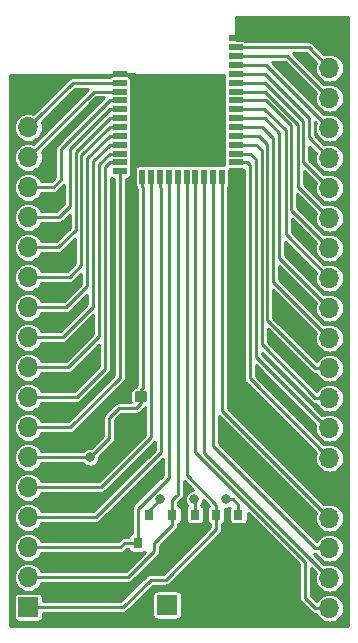
<source format=gbr>
G04 #@! TF.GenerationSoftware,KiCad,Pcbnew,(5.1.0)-1*
G04 #@! TF.CreationDate,2019-05-02T11:49:30+02:00*
G04 #@! TF.ProjectId,expansion,65787061-6e73-4696-9f6e-2e6b69636164,rev?*
G04 #@! TF.SameCoordinates,Original*
G04 #@! TF.FileFunction,Copper,L1,Top*
G04 #@! TF.FilePolarity,Positive*
%FSLAX46Y46*%
G04 Gerber Fmt 4.6, Leading zero omitted, Abs format (unit mm)*
G04 Created by KiCad (PCBNEW (5.1.0)-1) date 2019-05-02 11:49:30*
%MOMM*%
%LPD*%
G04 APERTURE LIST*
%ADD10R,1.700000X1.700000*%
%ADD11O,1.700000X1.700000*%
%ADD12R,1.200000X0.500000*%
%ADD13R,0.500000X1.200000*%
%ADD14C,0.100000*%
%ADD15C,0.950000*%
%ADD16R,0.800000X0.900000*%
%ADD17C,0.800000*%
%ADD18C,0.250000*%
%ADD19C,0.254000*%
G04 APERTURE END LIST*
D10*
X138000000Y-103750000D03*
D11*
X140540000Y-103750000D03*
D10*
X151750000Y-55750000D03*
D11*
X151750000Y-58290000D03*
X151750000Y-60830000D03*
X151750000Y-63370000D03*
X151750000Y-65910000D03*
X151750000Y-68450000D03*
X151750000Y-70990000D03*
X151750000Y-73530000D03*
X151750000Y-76070000D03*
X151750000Y-78610000D03*
X151750000Y-81150000D03*
X151750000Y-83690000D03*
X151750000Y-86230000D03*
X151750000Y-88770000D03*
X151750000Y-91310000D03*
X151750000Y-93850000D03*
X151750000Y-96390000D03*
X151750000Y-98930000D03*
X151750000Y-101470000D03*
X151750000Y-104010000D03*
D10*
X126250000Y-103940000D03*
D11*
X126250000Y-101400000D03*
X126250000Y-98860000D03*
X126250000Y-96320000D03*
X126250000Y-93780000D03*
X126250000Y-91240000D03*
X126250000Y-88700000D03*
X126250000Y-86160000D03*
X126250000Y-83620000D03*
X126250000Y-81080000D03*
X126250000Y-78540000D03*
X126250000Y-76000000D03*
X126250000Y-73460000D03*
X126250000Y-70920000D03*
X126250000Y-68380000D03*
X126250000Y-65840000D03*
X126250000Y-63300000D03*
X126250000Y-60760000D03*
D12*
X134000000Y-58775001D03*
X134000000Y-59525001D03*
X134000000Y-60275001D03*
X134000000Y-61025001D03*
X134000000Y-61775001D03*
X134000000Y-62525001D03*
X134000000Y-63275001D03*
X134000000Y-64025001D03*
X134000000Y-64775001D03*
X134000000Y-65525001D03*
X134000000Y-66275001D03*
X134000000Y-67025001D03*
D13*
X135150000Y-67475001D03*
X135900000Y-67475001D03*
X136650000Y-67475001D03*
X137400000Y-67475001D03*
X138150000Y-67475001D03*
X138900000Y-67475001D03*
X139650000Y-67475001D03*
X140400000Y-67475001D03*
X141150000Y-67475001D03*
X141900000Y-67475001D03*
X142650000Y-67475001D03*
D12*
X143800000Y-67025001D03*
X143800000Y-66275001D03*
X143800000Y-65525001D03*
X143800000Y-64775001D03*
X143800000Y-64025001D03*
X143800000Y-63275001D03*
X143800000Y-62525001D03*
X143800000Y-61775001D03*
X143800000Y-61025001D03*
X143800000Y-60275001D03*
X143800000Y-59525001D03*
X143800000Y-58775001D03*
X143800000Y-58025001D03*
X143800000Y-57275001D03*
X143800000Y-56525001D03*
X143800000Y-55775001D03*
D14*
G36*
X136085779Y-85626144D02*
G01*
X136108834Y-85629563D01*
X136131443Y-85635227D01*
X136153387Y-85643079D01*
X136174457Y-85653044D01*
X136194448Y-85665026D01*
X136213168Y-85678910D01*
X136230438Y-85694562D01*
X136246090Y-85711832D01*
X136259974Y-85730552D01*
X136271956Y-85750543D01*
X136281921Y-85771613D01*
X136289773Y-85793557D01*
X136295437Y-85816166D01*
X136298856Y-85839221D01*
X136300000Y-85862500D01*
X136300000Y-86337500D01*
X136298856Y-86360779D01*
X136295437Y-86383834D01*
X136289773Y-86406443D01*
X136281921Y-86428387D01*
X136271956Y-86449457D01*
X136259974Y-86469448D01*
X136246090Y-86488168D01*
X136230438Y-86505438D01*
X136213168Y-86521090D01*
X136194448Y-86534974D01*
X136174457Y-86546956D01*
X136153387Y-86556921D01*
X136131443Y-86564773D01*
X136108834Y-86570437D01*
X136085779Y-86573856D01*
X136062500Y-86575000D01*
X135487500Y-86575000D01*
X135464221Y-86573856D01*
X135441166Y-86570437D01*
X135418557Y-86564773D01*
X135396613Y-86556921D01*
X135375543Y-86546956D01*
X135355552Y-86534974D01*
X135336832Y-86521090D01*
X135319562Y-86505438D01*
X135303910Y-86488168D01*
X135290026Y-86469448D01*
X135278044Y-86449457D01*
X135268079Y-86428387D01*
X135260227Y-86406443D01*
X135254563Y-86383834D01*
X135251144Y-86360779D01*
X135250000Y-86337500D01*
X135250000Y-85862500D01*
X135251144Y-85839221D01*
X135254563Y-85816166D01*
X135260227Y-85793557D01*
X135268079Y-85771613D01*
X135278044Y-85750543D01*
X135290026Y-85730552D01*
X135303910Y-85711832D01*
X135319562Y-85694562D01*
X135336832Y-85678910D01*
X135355552Y-85665026D01*
X135375543Y-85653044D01*
X135396613Y-85643079D01*
X135418557Y-85635227D01*
X135441166Y-85629563D01*
X135464221Y-85626144D01*
X135487500Y-85625000D01*
X136062500Y-85625000D01*
X136085779Y-85626144D01*
X136085779Y-85626144D01*
G37*
D15*
X135775000Y-86100000D03*
D14*
G36*
X134335779Y-85626144D02*
G01*
X134358834Y-85629563D01*
X134381443Y-85635227D01*
X134403387Y-85643079D01*
X134424457Y-85653044D01*
X134444448Y-85665026D01*
X134463168Y-85678910D01*
X134480438Y-85694562D01*
X134496090Y-85711832D01*
X134509974Y-85730552D01*
X134521956Y-85750543D01*
X134531921Y-85771613D01*
X134539773Y-85793557D01*
X134545437Y-85816166D01*
X134548856Y-85839221D01*
X134550000Y-85862500D01*
X134550000Y-86337500D01*
X134548856Y-86360779D01*
X134545437Y-86383834D01*
X134539773Y-86406443D01*
X134531921Y-86428387D01*
X134521956Y-86449457D01*
X134509974Y-86469448D01*
X134496090Y-86488168D01*
X134480438Y-86505438D01*
X134463168Y-86521090D01*
X134444448Y-86534974D01*
X134424457Y-86546956D01*
X134403387Y-86556921D01*
X134381443Y-86564773D01*
X134358834Y-86570437D01*
X134335779Y-86573856D01*
X134312500Y-86575000D01*
X133737500Y-86575000D01*
X133714221Y-86573856D01*
X133691166Y-86570437D01*
X133668557Y-86564773D01*
X133646613Y-86556921D01*
X133625543Y-86546956D01*
X133605552Y-86534974D01*
X133586832Y-86521090D01*
X133569562Y-86505438D01*
X133553910Y-86488168D01*
X133540026Y-86469448D01*
X133528044Y-86449457D01*
X133518079Y-86428387D01*
X133510227Y-86406443D01*
X133504563Y-86383834D01*
X133501144Y-86360779D01*
X133500000Y-86337500D01*
X133500000Y-85862500D01*
X133501144Y-85839221D01*
X133504563Y-85816166D01*
X133510227Y-85793557D01*
X133518079Y-85771613D01*
X133528044Y-85750543D01*
X133540026Y-85730552D01*
X133553910Y-85711832D01*
X133569562Y-85694562D01*
X133586832Y-85678910D01*
X133605552Y-85665026D01*
X133625543Y-85653044D01*
X133646613Y-85643079D01*
X133668557Y-85635227D01*
X133691166Y-85629563D01*
X133714221Y-85626144D01*
X133737500Y-85625000D01*
X134312500Y-85625000D01*
X134335779Y-85626144D01*
X134335779Y-85626144D01*
G37*
D15*
X134025000Y-86100000D03*
D16*
X144050000Y-96100000D03*
X142150000Y-96100000D03*
X143100000Y-98100000D03*
X140350000Y-96100000D03*
X138450000Y-96100000D03*
X139400000Y-98100000D03*
X136450000Y-96100000D03*
X134550000Y-96100000D03*
X135500000Y-98500000D03*
D17*
X131500000Y-91250000D03*
X137400000Y-94800000D03*
X143000000Y-94800000D03*
X140300000Y-94800000D03*
X135000000Y-70600000D03*
X143750000Y-69750000D03*
X136300000Y-59400000D03*
D18*
X131510000Y-91240000D02*
X126250000Y-91240000D01*
X135775000Y-85525000D02*
X135775000Y-86100000D01*
X135975001Y-85324999D02*
X135775000Y-85525000D01*
X135975001Y-68401999D02*
X135975001Y-85324999D01*
X135900000Y-68326998D02*
X135975001Y-68401999D01*
X135900000Y-67475001D02*
X135900000Y-68326998D01*
X135775000Y-86675000D02*
X135350000Y-87100000D01*
X135775000Y-86100000D02*
X135775000Y-86675000D01*
X135350000Y-87100000D02*
X133900000Y-87100000D01*
X133900000Y-87100000D02*
X133100000Y-87900000D01*
X133100000Y-89650000D02*
X131500000Y-91250000D01*
X133100000Y-87900000D02*
X133100000Y-89650000D01*
X140350000Y-96100000D02*
X140350000Y-96150000D01*
X136450000Y-96100000D02*
X136450000Y-95750000D01*
X136450000Y-95750000D02*
X137400000Y-94800000D01*
X143000000Y-94800000D02*
X143600000Y-94800000D01*
X144050000Y-95250000D02*
X144050000Y-96100000D01*
X143600000Y-94800000D02*
X144050000Y-95250000D01*
X140350000Y-94850000D02*
X140300000Y-94800000D01*
X140350000Y-96100000D02*
X140350000Y-94850000D01*
X151724999Y-55775001D02*
X151750000Y-55750000D01*
X144200000Y-55775001D02*
X151724999Y-55775001D01*
X143800000Y-67025001D02*
X143800000Y-68450000D01*
X143800000Y-68450000D02*
X143750000Y-68500000D01*
X135250000Y-67575001D02*
X135150000Y-67475001D01*
X151750000Y-93850000D02*
X143750000Y-85850000D01*
X143750000Y-84750000D02*
X143750000Y-69750000D01*
X143750000Y-85850000D02*
X143750000Y-84750000D01*
X134000000Y-58775001D02*
X135090686Y-58775001D01*
X135750000Y-59434315D02*
X135750000Y-60000000D01*
X135090686Y-58775001D02*
X135750000Y-59434315D01*
X143750000Y-69750000D02*
X143750000Y-68500000D01*
X149985001Y-56525001D02*
X151750000Y-58290000D01*
X144200000Y-56525001D02*
X149985001Y-56525001D01*
X148195001Y-57275001D02*
X151750000Y-60830000D01*
X144200000Y-57275001D02*
X148195001Y-57275001D01*
X146405001Y-58025001D02*
X151750000Y-63370000D01*
X144200000Y-58025001D02*
X146405001Y-58025001D01*
X150000000Y-64160000D02*
X151750000Y-65910000D01*
X150000000Y-62500000D02*
X150000000Y-64160000D01*
X144200000Y-58775001D02*
X146275001Y-58775001D01*
X146275001Y-58775001D02*
X150000000Y-62500000D01*
X145050000Y-59525001D02*
X144200000Y-59525001D01*
X146275001Y-59525001D02*
X145050000Y-59525001D01*
X149549990Y-62799990D02*
X146275001Y-59525001D01*
X151750000Y-68450000D02*
X149549990Y-66249990D01*
X149549990Y-66249990D02*
X149549990Y-62799990D01*
X144200000Y-60275001D02*
X146275001Y-60275001D01*
X150900001Y-70140001D02*
X151750000Y-70990000D01*
X149099980Y-68339980D02*
X150900001Y-70140001D01*
X149099980Y-63099980D02*
X149099980Y-68339980D01*
X146275001Y-60275001D02*
X149099980Y-63099980D01*
X146388591Y-61025001D02*
X144200000Y-61025001D01*
X148500000Y-63136410D02*
X146388591Y-61025001D01*
X151750000Y-73530000D02*
X148500000Y-70280000D01*
X148500000Y-70280000D02*
X148500000Y-63136410D01*
X148049990Y-72369990D02*
X151750000Y-76070000D01*
X148049990Y-63549990D02*
X148049990Y-72369990D01*
X146250000Y-61750000D02*
X148049990Y-63549990D01*
X145075001Y-61750000D02*
X146250000Y-61750000D01*
X144200000Y-61775001D02*
X145050000Y-61775001D01*
X145050000Y-61775001D02*
X145075001Y-61750000D01*
X151750000Y-78610000D02*
X147500000Y-74360000D01*
X147500000Y-74360000D02*
X147500000Y-63750000D01*
X146275001Y-62525001D02*
X144200000Y-62525001D01*
X147500000Y-63750000D02*
X146275001Y-62525001D01*
X146025001Y-63275001D02*
X144200000Y-63275001D01*
X147000000Y-64250000D02*
X146025001Y-63275001D01*
X151750000Y-81150000D02*
X147000000Y-76400000D01*
X147000000Y-76400000D02*
X147000000Y-64250000D01*
X145775001Y-64025001D02*
X144200000Y-64025001D01*
X146500000Y-64750000D02*
X145775001Y-64025001D01*
X146500000Y-79642081D02*
X146500000Y-64750000D01*
X151750000Y-83690000D02*
X150547919Y-83690000D01*
X150547919Y-83690000D02*
X146500000Y-79642081D01*
X145525001Y-64775001D02*
X144200000Y-64775001D01*
X146000000Y-65250000D02*
X145525001Y-64775001D01*
X146000000Y-81682081D02*
X146000000Y-65250000D01*
X151750000Y-86230000D02*
X150547919Y-86230000D01*
X150547919Y-86230000D02*
X146000000Y-81682081D01*
X151520000Y-88770000D02*
X151750000Y-88770000D01*
X145500000Y-82750000D02*
X151520000Y-88770000D01*
X145500000Y-65975001D02*
X145500000Y-82750000D01*
X144200000Y-65525001D02*
X145050000Y-65525001D01*
X145050000Y-65525001D02*
X145500000Y-65975001D01*
X144775001Y-66275001D02*
X143800000Y-66275001D01*
X145000000Y-66500000D02*
X144775001Y-66275001D01*
X151750000Y-91310000D02*
X145000000Y-84560000D01*
X145000000Y-84560000D02*
X145000000Y-66500000D01*
X142650000Y-87290000D02*
X151750000Y-96390000D01*
X142650000Y-67475001D02*
X142650000Y-87290000D01*
X141900000Y-68325001D02*
X141900000Y-67475001D01*
X141900000Y-90282081D02*
X141900000Y-68325001D01*
X150547919Y-98930000D02*
X141900000Y-90282081D01*
X151750000Y-98930000D02*
X150547919Y-98930000D01*
X141150000Y-90870000D02*
X151750000Y-101470000D01*
X141150000Y-67475001D02*
X141150000Y-90870000D01*
X140400000Y-90799990D02*
X140400000Y-90700000D01*
X140400000Y-67475001D02*
X140400000Y-90700000D01*
X151750000Y-104010000D02*
X150547919Y-104010000D01*
X150547919Y-104010000D02*
X149700000Y-103162081D01*
X149700000Y-103162081D02*
X149700000Y-100099990D01*
X149700000Y-100099990D02*
X140400000Y-90799990D01*
X132810000Y-103940000D02*
X132750000Y-103940000D01*
X132750000Y-103940000D02*
X126250000Y-103940000D01*
X142150000Y-95250000D02*
X142150000Y-96100000D01*
X139650000Y-92750000D02*
X142150000Y-95250000D01*
X139650000Y-67475001D02*
X139650000Y-92750000D01*
X142150000Y-96100000D02*
X142150000Y-97350000D01*
X142150000Y-97350000D02*
X137900000Y-101600000D01*
X136600000Y-101600000D02*
X134260000Y-103940000D01*
X137900000Y-101600000D02*
X136600000Y-101600000D01*
X134260000Y-103940000D02*
X132750000Y-103940000D01*
X127452081Y-101400000D02*
X126250000Y-101400000D01*
X138450000Y-94850000D02*
X138450000Y-96100000D01*
X138450000Y-96985002D02*
X136900000Y-98535002D01*
X138450000Y-96100000D02*
X138450000Y-96985002D01*
X136900000Y-99200000D02*
X134700000Y-101400000D01*
X136900000Y-98535002D02*
X136900000Y-99200000D01*
X134700000Y-101400000D02*
X127452081Y-101400000D01*
X138900000Y-94400000D02*
X138750000Y-94550000D01*
X138900000Y-67475001D02*
X138900000Y-94400000D01*
X138750000Y-94550000D02*
X138450000Y-94850000D01*
X138150000Y-92964998D02*
X138150000Y-92050000D01*
X135500000Y-95614998D02*
X138150000Y-92964998D01*
X135500000Y-98500000D02*
X135500000Y-95614998D01*
X138150000Y-67475001D02*
X138150000Y-92050000D01*
X134400000Y-98500000D02*
X135500000Y-98500000D01*
X126250000Y-98860000D02*
X134040000Y-98860000D01*
X134040000Y-98860000D02*
X134400000Y-98500000D01*
X131630000Y-96320000D02*
X130520000Y-96320000D01*
X131980000Y-96320000D02*
X130080000Y-96320000D01*
X130080000Y-96320000D02*
X126250000Y-96320000D01*
X130520000Y-96320000D02*
X130080000Y-96320000D01*
X137400000Y-67475001D02*
X137400000Y-68325001D01*
X137500000Y-68425001D02*
X137500000Y-90800000D01*
X137400000Y-68325001D02*
X137500000Y-68425001D01*
X137500000Y-90800000D02*
X131980000Y-96320000D01*
X132070000Y-93780000D02*
X131480000Y-93780000D01*
X131480000Y-93780000D02*
X126250000Y-93780000D01*
X136650000Y-89550000D02*
X136650000Y-85950000D01*
X132420000Y-93780000D02*
X136650000Y-89550000D01*
X131480000Y-93780000D02*
X132420000Y-93780000D01*
X136650000Y-67475001D02*
X136650000Y-85950000D01*
X136650000Y-85950000D02*
X136650000Y-86545510D01*
X133150000Y-66275001D02*
X132750000Y-66675001D01*
X134000000Y-66275001D02*
X133150000Y-66275001D01*
X132750000Y-66675001D02*
X132750000Y-83750000D01*
X130340000Y-86160000D02*
X126250000Y-86160000D01*
X132750000Y-83750000D02*
X130340000Y-86160000D01*
X129630000Y-83620000D02*
X126250000Y-83620000D01*
X132250000Y-81000000D02*
X129630000Y-83620000D01*
X132250000Y-66425001D02*
X132250000Y-81000000D01*
X134000000Y-65525001D02*
X133150000Y-65525001D01*
X133150000Y-65525001D02*
X132250000Y-66425001D01*
X129170000Y-81080000D02*
X126250000Y-81080000D01*
X131750000Y-78500000D02*
X129170000Y-81080000D01*
X131750000Y-66175001D02*
X131750000Y-78500000D01*
X134000000Y-64775001D02*
X133150000Y-64775001D01*
X133150000Y-64775001D02*
X131750000Y-66175001D01*
X129460000Y-78540000D02*
X126250000Y-78540000D01*
X131250000Y-76750000D02*
X129460000Y-78540000D01*
X131250000Y-65925001D02*
X131250000Y-76750000D01*
X134000000Y-64025001D02*
X133150000Y-64025001D01*
X133150000Y-64025001D02*
X131250000Y-65925001D01*
X133150000Y-63275001D02*
X130750000Y-65675001D01*
X134000000Y-63275001D02*
X133150000Y-63275001D01*
X130750000Y-65675001D02*
X130750000Y-75000000D01*
X129750000Y-76000000D02*
X126250000Y-76000000D01*
X130750000Y-75000000D02*
X129750000Y-76000000D01*
X128790000Y-73460000D02*
X126250000Y-73460000D01*
X130250000Y-72000000D02*
X128790000Y-73460000D01*
X130250000Y-65425001D02*
X130250000Y-72000000D01*
X134000000Y-62525001D02*
X133150000Y-62525001D01*
X133150000Y-62525001D02*
X130250000Y-65425001D01*
X128830000Y-70920000D02*
X126250000Y-70920000D01*
X129750000Y-70000000D02*
X128830000Y-70920000D01*
X129750000Y-65175001D02*
X129750000Y-70000000D01*
X134000000Y-61775001D02*
X133150000Y-61775001D01*
X133150000Y-61775001D02*
X129750000Y-65175001D01*
X128370000Y-68380000D02*
X126250000Y-68380000D01*
X129000000Y-67750000D02*
X128370000Y-68380000D01*
X129000000Y-65175001D02*
X129000000Y-67750000D01*
X134000000Y-61025001D02*
X133150000Y-61025001D01*
X133150000Y-61025001D02*
X129000000Y-65175001D01*
X131814999Y-60275001D02*
X126250000Y-65840000D01*
X134000000Y-60275001D02*
X131814999Y-60275001D01*
X127099999Y-62450001D02*
X126250000Y-63300000D01*
X134000000Y-59525001D02*
X130024999Y-59525001D01*
X130024999Y-59525001D02*
X127099999Y-62450001D01*
X134000000Y-67025001D02*
X134000000Y-84500000D01*
X129800000Y-88700000D02*
X126250000Y-88700000D01*
X134000000Y-84500000D02*
X129800000Y-88700000D01*
D19*
G36*
X153294000Y-105544000D02*
G01*
X124706000Y-105544000D01*
X124706000Y-63300000D01*
X125013044Y-63300000D01*
X125036812Y-63541318D01*
X125107202Y-63773363D01*
X125221509Y-63987216D01*
X125375340Y-64174660D01*
X125562784Y-64328491D01*
X125776637Y-64442798D01*
X126008682Y-64513188D01*
X126189528Y-64531000D01*
X126310472Y-64531000D01*
X126491318Y-64513188D01*
X126723363Y-64442798D01*
X126937216Y-64328491D01*
X127124660Y-64174660D01*
X127278491Y-63987216D01*
X127392798Y-63773363D01*
X127463188Y-63541318D01*
X127486956Y-63300000D01*
X127463188Y-63058682D01*
X127403541Y-62862051D01*
X127475369Y-62790223D01*
X127475374Y-62790217D01*
X130234591Y-60031001D01*
X131343407Y-60031001D01*
X126687949Y-64686459D01*
X126491318Y-64626812D01*
X126310472Y-64609000D01*
X126189528Y-64609000D01*
X126008682Y-64626812D01*
X125776637Y-64697202D01*
X125562784Y-64811509D01*
X125375340Y-64965340D01*
X125221509Y-65152784D01*
X125107202Y-65366637D01*
X125036812Y-65598682D01*
X125013044Y-65840000D01*
X125036812Y-66081318D01*
X125107202Y-66313363D01*
X125221509Y-66527216D01*
X125375340Y-66714660D01*
X125562784Y-66868491D01*
X125776637Y-66982798D01*
X126008682Y-67053188D01*
X126189528Y-67071000D01*
X126310472Y-67071000D01*
X126491318Y-67053188D01*
X126723363Y-66982798D01*
X126937216Y-66868491D01*
X127124660Y-66714660D01*
X127278491Y-66527216D01*
X127392798Y-66313363D01*
X127463188Y-66081318D01*
X127486956Y-65840000D01*
X127463188Y-65598682D01*
X127403541Y-65402051D01*
X132024591Y-60781001D01*
X132678408Y-60781001D01*
X128659785Y-64799625D01*
X128640473Y-64815474D01*
X128577241Y-64892522D01*
X128530255Y-64980427D01*
X128501322Y-65075809D01*
X128494000Y-65150148D01*
X128494000Y-65150155D01*
X128491553Y-65175001D01*
X128494000Y-65199847D01*
X128494001Y-67540407D01*
X128160409Y-67874000D01*
X127375353Y-67874000D01*
X127278491Y-67692784D01*
X127124660Y-67505340D01*
X126937216Y-67351509D01*
X126723363Y-67237202D01*
X126491318Y-67166812D01*
X126310472Y-67149000D01*
X126189528Y-67149000D01*
X126008682Y-67166812D01*
X125776637Y-67237202D01*
X125562784Y-67351509D01*
X125375340Y-67505340D01*
X125221509Y-67692784D01*
X125107202Y-67906637D01*
X125036812Y-68138682D01*
X125013044Y-68380000D01*
X125036812Y-68621318D01*
X125107202Y-68853363D01*
X125221509Y-69067216D01*
X125375340Y-69254660D01*
X125562784Y-69408491D01*
X125776637Y-69522798D01*
X126008682Y-69593188D01*
X126189528Y-69611000D01*
X126310472Y-69611000D01*
X126491318Y-69593188D01*
X126723363Y-69522798D01*
X126937216Y-69408491D01*
X127124660Y-69254660D01*
X127278491Y-69067216D01*
X127375353Y-68886000D01*
X128345154Y-68886000D01*
X128370000Y-68888447D01*
X128394846Y-68886000D01*
X128394854Y-68886000D01*
X128469193Y-68878678D01*
X128564575Y-68849745D01*
X128652479Y-68802759D01*
X128729527Y-68739527D01*
X128745376Y-68720215D01*
X129244001Y-68221591D01*
X129244001Y-69790407D01*
X128620409Y-70414000D01*
X127375353Y-70414000D01*
X127278491Y-70232784D01*
X127124660Y-70045340D01*
X126937216Y-69891509D01*
X126723363Y-69777202D01*
X126491318Y-69706812D01*
X126310472Y-69689000D01*
X126189528Y-69689000D01*
X126008682Y-69706812D01*
X125776637Y-69777202D01*
X125562784Y-69891509D01*
X125375340Y-70045340D01*
X125221509Y-70232784D01*
X125107202Y-70446637D01*
X125036812Y-70678682D01*
X125013044Y-70920000D01*
X125036812Y-71161318D01*
X125107202Y-71393363D01*
X125221509Y-71607216D01*
X125375340Y-71794660D01*
X125562784Y-71948491D01*
X125776637Y-72062798D01*
X126008682Y-72133188D01*
X126189528Y-72151000D01*
X126310472Y-72151000D01*
X126491318Y-72133188D01*
X126723363Y-72062798D01*
X126937216Y-71948491D01*
X127124660Y-71794660D01*
X127278491Y-71607216D01*
X127375353Y-71426000D01*
X128805154Y-71426000D01*
X128830000Y-71428447D01*
X128854846Y-71426000D01*
X128854854Y-71426000D01*
X128929193Y-71418678D01*
X129024575Y-71389745D01*
X129112479Y-71342759D01*
X129189527Y-71279527D01*
X129205376Y-71260215D01*
X129744001Y-70721591D01*
X129744001Y-71790407D01*
X128580409Y-72954000D01*
X127375353Y-72954000D01*
X127278491Y-72772784D01*
X127124660Y-72585340D01*
X126937216Y-72431509D01*
X126723363Y-72317202D01*
X126491318Y-72246812D01*
X126310472Y-72229000D01*
X126189528Y-72229000D01*
X126008682Y-72246812D01*
X125776637Y-72317202D01*
X125562784Y-72431509D01*
X125375340Y-72585340D01*
X125221509Y-72772784D01*
X125107202Y-72986637D01*
X125036812Y-73218682D01*
X125013044Y-73460000D01*
X125036812Y-73701318D01*
X125107202Y-73933363D01*
X125221509Y-74147216D01*
X125375340Y-74334660D01*
X125562784Y-74488491D01*
X125776637Y-74602798D01*
X126008682Y-74673188D01*
X126189528Y-74691000D01*
X126310472Y-74691000D01*
X126491318Y-74673188D01*
X126723363Y-74602798D01*
X126937216Y-74488491D01*
X127124660Y-74334660D01*
X127278491Y-74147216D01*
X127375353Y-73966000D01*
X128765154Y-73966000D01*
X128790000Y-73968447D01*
X128814846Y-73966000D01*
X128814854Y-73966000D01*
X128889193Y-73958678D01*
X128984575Y-73929745D01*
X129072479Y-73882759D01*
X129149527Y-73819527D01*
X129165376Y-73800215D01*
X130244001Y-72721591D01*
X130244001Y-74790407D01*
X129540409Y-75494000D01*
X127375353Y-75494000D01*
X127278491Y-75312784D01*
X127124660Y-75125340D01*
X126937216Y-74971509D01*
X126723363Y-74857202D01*
X126491318Y-74786812D01*
X126310472Y-74769000D01*
X126189528Y-74769000D01*
X126008682Y-74786812D01*
X125776637Y-74857202D01*
X125562784Y-74971509D01*
X125375340Y-75125340D01*
X125221509Y-75312784D01*
X125107202Y-75526637D01*
X125036812Y-75758682D01*
X125013044Y-76000000D01*
X125036812Y-76241318D01*
X125107202Y-76473363D01*
X125221509Y-76687216D01*
X125375340Y-76874660D01*
X125562784Y-77028491D01*
X125776637Y-77142798D01*
X126008682Y-77213188D01*
X126189528Y-77231000D01*
X126310472Y-77231000D01*
X126491318Y-77213188D01*
X126723363Y-77142798D01*
X126937216Y-77028491D01*
X127124660Y-76874660D01*
X127278491Y-76687216D01*
X127375353Y-76506000D01*
X129725154Y-76506000D01*
X129750000Y-76508447D01*
X129774846Y-76506000D01*
X129774854Y-76506000D01*
X129849193Y-76498678D01*
X129944575Y-76469745D01*
X130032479Y-76422759D01*
X130109527Y-76359527D01*
X130125376Y-76340215D01*
X130744001Y-75721591D01*
X130744001Y-76540407D01*
X129250409Y-78034000D01*
X127375353Y-78034000D01*
X127278491Y-77852784D01*
X127124660Y-77665340D01*
X126937216Y-77511509D01*
X126723363Y-77397202D01*
X126491318Y-77326812D01*
X126310472Y-77309000D01*
X126189528Y-77309000D01*
X126008682Y-77326812D01*
X125776637Y-77397202D01*
X125562784Y-77511509D01*
X125375340Y-77665340D01*
X125221509Y-77852784D01*
X125107202Y-78066637D01*
X125036812Y-78298682D01*
X125013044Y-78540000D01*
X125036812Y-78781318D01*
X125107202Y-79013363D01*
X125221509Y-79227216D01*
X125375340Y-79414660D01*
X125562784Y-79568491D01*
X125776637Y-79682798D01*
X126008682Y-79753188D01*
X126189528Y-79771000D01*
X126310472Y-79771000D01*
X126491318Y-79753188D01*
X126723363Y-79682798D01*
X126937216Y-79568491D01*
X127124660Y-79414660D01*
X127278491Y-79227216D01*
X127375353Y-79046000D01*
X129435154Y-79046000D01*
X129460000Y-79048447D01*
X129484846Y-79046000D01*
X129484854Y-79046000D01*
X129559193Y-79038678D01*
X129654575Y-79009745D01*
X129742479Y-78962759D01*
X129819527Y-78899527D01*
X129835376Y-78880215D01*
X131244001Y-77471591D01*
X131244001Y-78290407D01*
X128960409Y-80574000D01*
X127375353Y-80574000D01*
X127278491Y-80392784D01*
X127124660Y-80205340D01*
X126937216Y-80051509D01*
X126723363Y-79937202D01*
X126491318Y-79866812D01*
X126310472Y-79849000D01*
X126189528Y-79849000D01*
X126008682Y-79866812D01*
X125776637Y-79937202D01*
X125562784Y-80051509D01*
X125375340Y-80205340D01*
X125221509Y-80392784D01*
X125107202Y-80606637D01*
X125036812Y-80838682D01*
X125013044Y-81080000D01*
X125036812Y-81321318D01*
X125107202Y-81553363D01*
X125221509Y-81767216D01*
X125375340Y-81954660D01*
X125562784Y-82108491D01*
X125776637Y-82222798D01*
X126008682Y-82293188D01*
X126189528Y-82311000D01*
X126310472Y-82311000D01*
X126491318Y-82293188D01*
X126723363Y-82222798D01*
X126937216Y-82108491D01*
X127124660Y-81954660D01*
X127278491Y-81767216D01*
X127375353Y-81586000D01*
X129145154Y-81586000D01*
X129170000Y-81588447D01*
X129194846Y-81586000D01*
X129194854Y-81586000D01*
X129269193Y-81578678D01*
X129364575Y-81549745D01*
X129452479Y-81502759D01*
X129529527Y-81439527D01*
X129545376Y-81420215D01*
X131744001Y-79221591D01*
X131744001Y-80790407D01*
X129420409Y-83114000D01*
X127375353Y-83114000D01*
X127278491Y-82932784D01*
X127124660Y-82745340D01*
X126937216Y-82591509D01*
X126723363Y-82477202D01*
X126491318Y-82406812D01*
X126310472Y-82389000D01*
X126189528Y-82389000D01*
X126008682Y-82406812D01*
X125776637Y-82477202D01*
X125562784Y-82591509D01*
X125375340Y-82745340D01*
X125221509Y-82932784D01*
X125107202Y-83146637D01*
X125036812Y-83378682D01*
X125013044Y-83620000D01*
X125036812Y-83861318D01*
X125107202Y-84093363D01*
X125221509Y-84307216D01*
X125375340Y-84494660D01*
X125562784Y-84648491D01*
X125776637Y-84762798D01*
X126008682Y-84833188D01*
X126189528Y-84851000D01*
X126310472Y-84851000D01*
X126491318Y-84833188D01*
X126723363Y-84762798D01*
X126937216Y-84648491D01*
X127124660Y-84494660D01*
X127278491Y-84307216D01*
X127375353Y-84126000D01*
X129605154Y-84126000D01*
X129630000Y-84128447D01*
X129654846Y-84126000D01*
X129654854Y-84126000D01*
X129729193Y-84118678D01*
X129824575Y-84089745D01*
X129912479Y-84042759D01*
X129989527Y-83979527D01*
X130005376Y-83960215D01*
X132244001Y-81721591D01*
X132244001Y-83540407D01*
X130130409Y-85654000D01*
X127375353Y-85654000D01*
X127278491Y-85472784D01*
X127124660Y-85285340D01*
X126937216Y-85131509D01*
X126723363Y-85017202D01*
X126491318Y-84946812D01*
X126310472Y-84929000D01*
X126189528Y-84929000D01*
X126008682Y-84946812D01*
X125776637Y-85017202D01*
X125562784Y-85131509D01*
X125375340Y-85285340D01*
X125221509Y-85472784D01*
X125107202Y-85686637D01*
X125036812Y-85918682D01*
X125013044Y-86160000D01*
X125036812Y-86401318D01*
X125107202Y-86633363D01*
X125221509Y-86847216D01*
X125375340Y-87034660D01*
X125562784Y-87188491D01*
X125776637Y-87302798D01*
X126008682Y-87373188D01*
X126189528Y-87391000D01*
X126310472Y-87391000D01*
X126491318Y-87373188D01*
X126723363Y-87302798D01*
X126937216Y-87188491D01*
X127124660Y-87034660D01*
X127278491Y-86847216D01*
X127375353Y-86666000D01*
X130315154Y-86666000D01*
X130340000Y-86668447D01*
X130364846Y-86666000D01*
X130364854Y-86666000D01*
X130439193Y-86658678D01*
X130534575Y-86629745D01*
X130622479Y-86582759D01*
X130699527Y-86519527D01*
X130715376Y-86500215D01*
X133090220Y-84125372D01*
X133109527Y-84109527D01*
X133172759Y-84032479D01*
X133219745Y-83944575D01*
X133248678Y-83849193D01*
X133256000Y-83774854D01*
X133258448Y-83750000D01*
X133256000Y-83725146D01*
X133256000Y-67629463D01*
X133325311Y-67650488D01*
X133400000Y-67657844D01*
X133494000Y-67657844D01*
X133494001Y-84290407D01*
X129590409Y-88194000D01*
X127375353Y-88194000D01*
X127278491Y-88012784D01*
X127124660Y-87825340D01*
X126937216Y-87671509D01*
X126723363Y-87557202D01*
X126491318Y-87486812D01*
X126310472Y-87469000D01*
X126189528Y-87469000D01*
X126008682Y-87486812D01*
X125776637Y-87557202D01*
X125562784Y-87671509D01*
X125375340Y-87825340D01*
X125221509Y-88012784D01*
X125107202Y-88226637D01*
X125036812Y-88458682D01*
X125013044Y-88700000D01*
X125036812Y-88941318D01*
X125107202Y-89173363D01*
X125221509Y-89387216D01*
X125375340Y-89574660D01*
X125562784Y-89728491D01*
X125776637Y-89842798D01*
X126008682Y-89913188D01*
X126189528Y-89931000D01*
X126310472Y-89931000D01*
X126491318Y-89913188D01*
X126723363Y-89842798D01*
X126937216Y-89728491D01*
X127124660Y-89574660D01*
X127278491Y-89387216D01*
X127375353Y-89206000D01*
X129775154Y-89206000D01*
X129800000Y-89208447D01*
X129824846Y-89206000D01*
X129824854Y-89206000D01*
X129899193Y-89198678D01*
X129994575Y-89169745D01*
X130082479Y-89122759D01*
X130159527Y-89059527D01*
X130175376Y-89040215D01*
X134340220Y-84875372D01*
X134359527Y-84859527D01*
X134422759Y-84782479D01*
X134469745Y-84694575D01*
X134498678Y-84599193D01*
X134506000Y-84524854D01*
X134506000Y-84524846D01*
X134508447Y-84500000D01*
X134506000Y-84475154D01*
X134506000Y-67657844D01*
X134600000Y-67657844D01*
X134674689Y-67650488D01*
X134746508Y-67628702D01*
X134812696Y-67593323D01*
X134870711Y-67545712D01*
X134918322Y-67487697D01*
X134953701Y-67421509D01*
X134975487Y-67349690D01*
X134982843Y-67275001D01*
X134982843Y-66775001D01*
X134975487Y-66700312D01*
X134960225Y-66650001D01*
X134975487Y-66599690D01*
X134982843Y-66525001D01*
X134982843Y-66025001D01*
X134975487Y-65950312D01*
X134960225Y-65900001D01*
X134975487Y-65849690D01*
X134982843Y-65775001D01*
X134982843Y-65275001D01*
X134975487Y-65200312D01*
X134960225Y-65150001D01*
X134975487Y-65099690D01*
X134982843Y-65025001D01*
X134982843Y-64525001D01*
X134975487Y-64450312D01*
X134960225Y-64400001D01*
X134975487Y-64349690D01*
X134982843Y-64275001D01*
X134982843Y-63775001D01*
X134975487Y-63700312D01*
X134960225Y-63650001D01*
X134975487Y-63599690D01*
X134982843Y-63525001D01*
X134982843Y-63025001D01*
X134975487Y-62950312D01*
X134960225Y-62900001D01*
X134975487Y-62849690D01*
X134982843Y-62775001D01*
X134982843Y-62275001D01*
X134975487Y-62200312D01*
X134960225Y-62150001D01*
X134975487Y-62099690D01*
X134982843Y-62025001D01*
X134982843Y-61525001D01*
X134975487Y-61450312D01*
X134960225Y-61400001D01*
X134975487Y-61349690D01*
X134982843Y-61275001D01*
X134982843Y-60775001D01*
X134975487Y-60700312D01*
X134960225Y-60650001D01*
X134975487Y-60599690D01*
X134982843Y-60525001D01*
X134982843Y-60025001D01*
X134975487Y-59950312D01*
X134960225Y-59900001D01*
X134975487Y-59849690D01*
X134982843Y-59775001D01*
X134982843Y-59275001D01*
X134975487Y-59200312D01*
X134953701Y-59128493D01*
X134918322Y-59062305D01*
X134870711Y-59004290D01*
X134812696Y-58956679D01*
X134746508Y-58921300D01*
X134674689Y-58899514D01*
X134600000Y-58892158D01*
X133400000Y-58892158D01*
X133325311Y-58899514D01*
X133253492Y-58921300D01*
X133187304Y-58956679D01*
X133129289Y-59004290D01*
X133117216Y-59019001D01*
X130049853Y-59019001D01*
X130024999Y-59016553D01*
X130000145Y-59019001D01*
X129925806Y-59026323D01*
X129830424Y-59055256D01*
X129742520Y-59102242D01*
X129665472Y-59165474D01*
X129649627Y-59184781D01*
X126759783Y-62074626D01*
X126759777Y-62074631D01*
X126687949Y-62146459D01*
X126491318Y-62086812D01*
X126310472Y-62069000D01*
X126189528Y-62069000D01*
X126008682Y-62086812D01*
X125776637Y-62157202D01*
X125562784Y-62271509D01*
X125375340Y-62425340D01*
X125221509Y-62612784D01*
X125107202Y-62826637D01*
X125036812Y-63058682D01*
X125013044Y-63300000D01*
X124706000Y-63300000D01*
X124706000Y-58877000D01*
X142817157Y-58877000D01*
X142817157Y-59025001D01*
X142824513Y-59099690D01*
X142839775Y-59150001D01*
X142824513Y-59200312D01*
X142817157Y-59275001D01*
X142817157Y-59775001D01*
X142824513Y-59849690D01*
X142839775Y-59900001D01*
X142824513Y-59950312D01*
X142817157Y-60025001D01*
X142817157Y-60525001D01*
X142824513Y-60599690D01*
X142839775Y-60650001D01*
X142824513Y-60700312D01*
X142817157Y-60775001D01*
X142817157Y-61275001D01*
X142824513Y-61349690D01*
X142839775Y-61400001D01*
X142824513Y-61450312D01*
X142817157Y-61525001D01*
X142817157Y-62025001D01*
X142824513Y-62099690D01*
X142839775Y-62150001D01*
X142824513Y-62200312D01*
X142817157Y-62275001D01*
X142817157Y-62775001D01*
X142824513Y-62849690D01*
X142839775Y-62900001D01*
X142824513Y-62950312D01*
X142817157Y-63025001D01*
X142817157Y-63525001D01*
X142824513Y-63599690D01*
X142839775Y-63650001D01*
X142824513Y-63700312D01*
X142817157Y-63775001D01*
X142817157Y-64275001D01*
X142824513Y-64349690D01*
X142839775Y-64400001D01*
X142824513Y-64450312D01*
X142817157Y-64525001D01*
X142817157Y-65025001D01*
X142824513Y-65099690D01*
X142839775Y-65150001D01*
X142824513Y-65200312D01*
X142817157Y-65275001D01*
X142817157Y-65775001D01*
X142824513Y-65849690D01*
X142839775Y-65900001D01*
X142824513Y-65950312D01*
X142817157Y-66025001D01*
X142817157Y-66492158D01*
X142400000Y-66492158D01*
X142325311Y-66499514D01*
X142275000Y-66514776D01*
X142224689Y-66499514D01*
X142150000Y-66492158D01*
X141650000Y-66492158D01*
X141575311Y-66499514D01*
X141525000Y-66514776D01*
X141474689Y-66499514D01*
X141400000Y-66492158D01*
X140900000Y-66492158D01*
X140825311Y-66499514D01*
X140775000Y-66514776D01*
X140724689Y-66499514D01*
X140650000Y-66492158D01*
X140150000Y-66492158D01*
X140075311Y-66499514D01*
X140025000Y-66514776D01*
X139974689Y-66499514D01*
X139900000Y-66492158D01*
X139400000Y-66492158D01*
X139325311Y-66499514D01*
X139275000Y-66514776D01*
X139224689Y-66499514D01*
X139150000Y-66492158D01*
X138650000Y-66492158D01*
X138575311Y-66499514D01*
X138525000Y-66514776D01*
X138474689Y-66499514D01*
X138400000Y-66492158D01*
X137900000Y-66492158D01*
X137825311Y-66499514D01*
X137775000Y-66514776D01*
X137724689Y-66499514D01*
X137650000Y-66492158D01*
X137150000Y-66492158D01*
X137075311Y-66499514D01*
X137025000Y-66514776D01*
X136974689Y-66499514D01*
X136900000Y-66492158D01*
X136400000Y-66492158D01*
X136325311Y-66499514D01*
X136275000Y-66514776D01*
X136224689Y-66499514D01*
X136150000Y-66492158D01*
X135650000Y-66492158D01*
X135575311Y-66499514D01*
X135503492Y-66521300D01*
X135437304Y-66556679D01*
X135379289Y-66604290D01*
X135331678Y-66662305D01*
X135296299Y-66728493D01*
X135274513Y-66800312D01*
X135267157Y-66875001D01*
X135267157Y-68075001D01*
X135274513Y-68149690D01*
X135296299Y-68221509D01*
X135331678Y-68287697D01*
X135379289Y-68345712D01*
X135394637Y-68358307D01*
X135401322Y-68426190D01*
X135430255Y-68521572D01*
X135437195Y-68534555D01*
X135469001Y-68594059D01*
X135469002Y-85115407D01*
X135434785Y-85149624D01*
X135415473Y-85165473D01*
X135352241Y-85242521D01*
X135342114Y-85261467D01*
X135250105Y-85289378D01*
X135142856Y-85346704D01*
X135048851Y-85423851D01*
X134971704Y-85517856D01*
X134914378Y-85625105D01*
X134879077Y-85741477D01*
X134867157Y-85862500D01*
X134867157Y-86337500D01*
X134879077Y-86458523D01*
X134914378Y-86574895D01*
X134924590Y-86594000D01*
X133924854Y-86594000D01*
X133900000Y-86591552D01*
X133875146Y-86594000D01*
X133800807Y-86601322D01*
X133705425Y-86630255D01*
X133617521Y-86677241D01*
X133540473Y-86740473D01*
X133524629Y-86759779D01*
X132759785Y-87524624D01*
X132740473Y-87540473D01*
X132677241Y-87617521D01*
X132630255Y-87705426D01*
X132601322Y-87800808D01*
X132594000Y-87875147D01*
X132594000Y-87875154D01*
X132591553Y-87900000D01*
X132594000Y-87924847D01*
X132594001Y-89440407D01*
X131565409Y-90469000D01*
X131423078Y-90469000D01*
X131272191Y-90499013D01*
X131130058Y-90557887D01*
X131002141Y-90643358D01*
X130911499Y-90734000D01*
X127375353Y-90734000D01*
X127278491Y-90552784D01*
X127124660Y-90365340D01*
X126937216Y-90211509D01*
X126723363Y-90097202D01*
X126491318Y-90026812D01*
X126310472Y-90009000D01*
X126189528Y-90009000D01*
X126008682Y-90026812D01*
X125776637Y-90097202D01*
X125562784Y-90211509D01*
X125375340Y-90365340D01*
X125221509Y-90552784D01*
X125107202Y-90766637D01*
X125036812Y-90998682D01*
X125013044Y-91240000D01*
X125036812Y-91481318D01*
X125107202Y-91713363D01*
X125221509Y-91927216D01*
X125375340Y-92114660D01*
X125562784Y-92268491D01*
X125776637Y-92382798D01*
X126008682Y-92453188D01*
X126189528Y-92471000D01*
X126310472Y-92471000D01*
X126491318Y-92453188D01*
X126723363Y-92382798D01*
X126937216Y-92268491D01*
X127124660Y-92114660D01*
X127278491Y-91927216D01*
X127375353Y-91746000D01*
X130892116Y-91746000D01*
X130893358Y-91747859D01*
X131002141Y-91856642D01*
X131130058Y-91942113D01*
X131272191Y-92000987D01*
X131423078Y-92031000D01*
X131576922Y-92031000D01*
X131727809Y-92000987D01*
X131869942Y-91942113D01*
X131997859Y-91856642D01*
X132106642Y-91747859D01*
X132192113Y-91619942D01*
X132250987Y-91477809D01*
X132281000Y-91326922D01*
X132281000Y-91184591D01*
X133440220Y-90025372D01*
X133459527Y-90009527D01*
X133522759Y-89932479D01*
X133569745Y-89844575D01*
X133598678Y-89749193D01*
X133606000Y-89674854D01*
X133608448Y-89650000D01*
X133606000Y-89625146D01*
X133606000Y-88109591D01*
X134109592Y-87606000D01*
X135325154Y-87606000D01*
X135350000Y-87608447D01*
X135374846Y-87606000D01*
X135374854Y-87606000D01*
X135449193Y-87598678D01*
X135544575Y-87569745D01*
X135632479Y-87522759D01*
X135709527Y-87459527D01*
X135725376Y-87440215D01*
X136115220Y-87050372D01*
X136134527Y-87034527D01*
X136144001Y-87022983D01*
X136144000Y-89340408D01*
X132210409Y-93274000D01*
X127375353Y-93274000D01*
X127278491Y-93092784D01*
X127124660Y-92905340D01*
X126937216Y-92751509D01*
X126723363Y-92637202D01*
X126491318Y-92566812D01*
X126310472Y-92549000D01*
X126189528Y-92549000D01*
X126008682Y-92566812D01*
X125776637Y-92637202D01*
X125562784Y-92751509D01*
X125375340Y-92905340D01*
X125221509Y-93092784D01*
X125107202Y-93306637D01*
X125036812Y-93538682D01*
X125013044Y-93780000D01*
X125036812Y-94021318D01*
X125107202Y-94253363D01*
X125221509Y-94467216D01*
X125375340Y-94654660D01*
X125562784Y-94808491D01*
X125776637Y-94922798D01*
X126008682Y-94993188D01*
X126189528Y-95011000D01*
X126310472Y-95011000D01*
X126491318Y-94993188D01*
X126723363Y-94922798D01*
X126937216Y-94808491D01*
X127124660Y-94654660D01*
X127278491Y-94467216D01*
X127375353Y-94286000D01*
X132395154Y-94286000D01*
X132420000Y-94288447D01*
X132444846Y-94286000D01*
X132444854Y-94286000D01*
X132519193Y-94278678D01*
X132614575Y-94249745D01*
X132702479Y-94202759D01*
X132779527Y-94139527D01*
X132795376Y-94120215D01*
X136990220Y-89925372D01*
X136994001Y-89922269D01*
X136994001Y-90590407D01*
X131770409Y-95814000D01*
X127375353Y-95814000D01*
X127278491Y-95632784D01*
X127124660Y-95445340D01*
X126937216Y-95291509D01*
X126723363Y-95177202D01*
X126491318Y-95106812D01*
X126310472Y-95089000D01*
X126189528Y-95089000D01*
X126008682Y-95106812D01*
X125776637Y-95177202D01*
X125562784Y-95291509D01*
X125375340Y-95445340D01*
X125221509Y-95632784D01*
X125107202Y-95846637D01*
X125036812Y-96078682D01*
X125013044Y-96320000D01*
X125036812Y-96561318D01*
X125107202Y-96793363D01*
X125221509Y-97007216D01*
X125375340Y-97194660D01*
X125562784Y-97348491D01*
X125776637Y-97462798D01*
X126008682Y-97533188D01*
X126189528Y-97551000D01*
X126310472Y-97551000D01*
X126491318Y-97533188D01*
X126723363Y-97462798D01*
X126937216Y-97348491D01*
X127124660Y-97194660D01*
X127278491Y-97007216D01*
X127375353Y-96826000D01*
X131955154Y-96826000D01*
X131980000Y-96828447D01*
X132004846Y-96826000D01*
X132004854Y-96826000D01*
X132079193Y-96818678D01*
X132174575Y-96789745D01*
X132262479Y-96742759D01*
X132339527Y-96679527D01*
X132355376Y-96660215D01*
X137644001Y-91371591D01*
X137644001Y-92025146D01*
X137644000Y-92755406D01*
X135159781Y-95239626D01*
X135140474Y-95255471D01*
X135077242Y-95332519D01*
X135052243Y-95379289D01*
X135030255Y-95420424D01*
X135001322Y-95515806D01*
X134991553Y-95614998D01*
X134994001Y-95639854D01*
X134994000Y-97684011D01*
X134953492Y-97696299D01*
X134887304Y-97731678D01*
X134829289Y-97779289D01*
X134781678Y-97837304D01*
X134746299Y-97903492D01*
X134724513Y-97975311D01*
X134722672Y-97994000D01*
X134424854Y-97994000D01*
X134400000Y-97991552D01*
X134375146Y-97994000D01*
X134300807Y-98001322D01*
X134205425Y-98030255D01*
X134117521Y-98077241D01*
X134040473Y-98140473D01*
X134024628Y-98159780D01*
X133830409Y-98354000D01*
X127375353Y-98354000D01*
X127278491Y-98172784D01*
X127124660Y-97985340D01*
X126937216Y-97831509D01*
X126723363Y-97717202D01*
X126491318Y-97646812D01*
X126310472Y-97629000D01*
X126189528Y-97629000D01*
X126008682Y-97646812D01*
X125776637Y-97717202D01*
X125562784Y-97831509D01*
X125375340Y-97985340D01*
X125221509Y-98172784D01*
X125107202Y-98386637D01*
X125036812Y-98618682D01*
X125013044Y-98860000D01*
X125036812Y-99101318D01*
X125107202Y-99333363D01*
X125221509Y-99547216D01*
X125375340Y-99734660D01*
X125562784Y-99888491D01*
X125776637Y-100002798D01*
X126008682Y-100073188D01*
X126189528Y-100091000D01*
X126310472Y-100091000D01*
X126491318Y-100073188D01*
X126723363Y-100002798D01*
X126937216Y-99888491D01*
X127124660Y-99734660D01*
X127278491Y-99547216D01*
X127375353Y-99366000D01*
X134015154Y-99366000D01*
X134040000Y-99368447D01*
X134064846Y-99366000D01*
X134064854Y-99366000D01*
X134139193Y-99358678D01*
X134234575Y-99329745D01*
X134322479Y-99282759D01*
X134399527Y-99219527D01*
X134415376Y-99200215D01*
X134609592Y-99006000D01*
X134722672Y-99006000D01*
X134724513Y-99024689D01*
X134746299Y-99096508D01*
X134781678Y-99162696D01*
X134829289Y-99220711D01*
X134887304Y-99268322D01*
X134953492Y-99303701D01*
X135025311Y-99325487D01*
X135100000Y-99332843D01*
X135900000Y-99332843D01*
X135974689Y-99325487D01*
X136046508Y-99303701D01*
X136112696Y-99268322D01*
X136131600Y-99252808D01*
X134490409Y-100894000D01*
X127375353Y-100894000D01*
X127278491Y-100712784D01*
X127124660Y-100525340D01*
X126937216Y-100371509D01*
X126723363Y-100257202D01*
X126491318Y-100186812D01*
X126310472Y-100169000D01*
X126189528Y-100169000D01*
X126008682Y-100186812D01*
X125776637Y-100257202D01*
X125562784Y-100371509D01*
X125375340Y-100525340D01*
X125221509Y-100712784D01*
X125107202Y-100926637D01*
X125036812Y-101158682D01*
X125013044Y-101400000D01*
X125036812Y-101641318D01*
X125107202Y-101873363D01*
X125221509Y-102087216D01*
X125375340Y-102274660D01*
X125562784Y-102428491D01*
X125776637Y-102542798D01*
X126008682Y-102613188D01*
X126189528Y-102631000D01*
X126310472Y-102631000D01*
X126491318Y-102613188D01*
X126723363Y-102542798D01*
X126937216Y-102428491D01*
X127124660Y-102274660D01*
X127278491Y-102087216D01*
X127375353Y-101906000D01*
X134675154Y-101906000D01*
X134700000Y-101908447D01*
X134724846Y-101906000D01*
X134724854Y-101906000D01*
X134799193Y-101898678D01*
X134894575Y-101869745D01*
X134982479Y-101822759D01*
X135059527Y-101759527D01*
X135075376Y-101740215D01*
X137240220Y-99575372D01*
X137259527Y-99559527D01*
X137322759Y-99482479D01*
X137369745Y-99394575D01*
X137398678Y-99299193D01*
X137406000Y-99224854D01*
X137408448Y-99200000D01*
X137406000Y-99175146D01*
X137406000Y-98744593D01*
X138790220Y-97360374D01*
X138809527Y-97344529D01*
X138872759Y-97267481D01*
X138919745Y-97179577D01*
X138948678Y-97084195D01*
X138956000Y-97009856D01*
X138956000Y-97009849D01*
X138958447Y-96985003D01*
X138956000Y-96960157D01*
X138956000Y-96915989D01*
X138996508Y-96903701D01*
X139062696Y-96868322D01*
X139120711Y-96820711D01*
X139168322Y-96762696D01*
X139203701Y-96696508D01*
X139225487Y-96624689D01*
X139232843Y-96550000D01*
X139232843Y-95650000D01*
X139225487Y-95575311D01*
X139203701Y-95503492D01*
X139168322Y-95437304D01*
X139120711Y-95379289D01*
X139062696Y-95331678D01*
X138996508Y-95296299D01*
X138956000Y-95284011D01*
X138956000Y-95059591D01*
X139240215Y-94775376D01*
X139259527Y-94759527D01*
X139322759Y-94682479D01*
X139369745Y-94594575D01*
X139398678Y-94499193D01*
X139406000Y-94424854D01*
X139406000Y-94424847D01*
X139408447Y-94400001D01*
X139406000Y-94375155D01*
X139406000Y-93221591D01*
X140206672Y-94022263D01*
X140072191Y-94049013D01*
X139930058Y-94107887D01*
X139802141Y-94193358D01*
X139693358Y-94302141D01*
X139607887Y-94430058D01*
X139549013Y-94572191D01*
X139519000Y-94723078D01*
X139519000Y-94876922D01*
X139549013Y-95027809D01*
X139607887Y-95169942D01*
X139693358Y-95297859D01*
X139731742Y-95336243D01*
X139679289Y-95379289D01*
X139631678Y-95437304D01*
X139596299Y-95503492D01*
X139574513Y-95575311D01*
X139567157Y-95650000D01*
X139567157Y-96550000D01*
X139574513Y-96624689D01*
X139596299Y-96696508D01*
X139631678Y-96762696D01*
X139679289Y-96820711D01*
X139737304Y-96868322D01*
X139803492Y-96903701D01*
X139875311Y-96925487D01*
X139950000Y-96932843D01*
X140750000Y-96932843D01*
X140824689Y-96925487D01*
X140896508Y-96903701D01*
X140962696Y-96868322D01*
X141020711Y-96820711D01*
X141068322Y-96762696D01*
X141103701Y-96696508D01*
X141125487Y-96624689D01*
X141132843Y-96550000D01*
X141132843Y-95650000D01*
X141125487Y-95575311D01*
X141103701Y-95503492D01*
X141068322Y-95437304D01*
X141020711Y-95379289D01*
X140962696Y-95331678D01*
X140904129Y-95300372D01*
X140906642Y-95297859D01*
X140992113Y-95169942D01*
X141050987Y-95027809D01*
X141077737Y-94893328D01*
X141525650Y-95341242D01*
X141479289Y-95379289D01*
X141431678Y-95437304D01*
X141396299Y-95503492D01*
X141374513Y-95575311D01*
X141367157Y-95650000D01*
X141367157Y-96550000D01*
X141374513Y-96624689D01*
X141396299Y-96696508D01*
X141431678Y-96762696D01*
X141479289Y-96820711D01*
X141537304Y-96868322D01*
X141603492Y-96903701D01*
X141644001Y-96915989D01*
X141644001Y-97140407D01*
X137690409Y-101094000D01*
X136624854Y-101094000D01*
X136600000Y-101091552D01*
X136575146Y-101094000D01*
X136500807Y-101101322D01*
X136405425Y-101130255D01*
X136317521Y-101177241D01*
X136240473Y-101240473D01*
X136224629Y-101259779D01*
X134050409Y-103434000D01*
X127482843Y-103434000D01*
X127482843Y-103090000D01*
X127475487Y-103015311D01*
X127453701Y-102943492D01*
X127418322Y-102877304D01*
X127370711Y-102819289D01*
X127312696Y-102771678D01*
X127246508Y-102736299D01*
X127174689Y-102714513D01*
X127100000Y-102707157D01*
X125400000Y-102707157D01*
X125325311Y-102714513D01*
X125253492Y-102736299D01*
X125187304Y-102771678D01*
X125129289Y-102819289D01*
X125081678Y-102877304D01*
X125046299Y-102943492D01*
X125024513Y-103015311D01*
X125017157Y-103090000D01*
X125017157Y-104790000D01*
X125024513Y-104864689D01*
X125046299Y-104936508D01*
X125081678Y-105002696D01*
X125129289Y-105060711D01*
X125187304Y-105108322D01*
X125253492Y-105143701D01*
X125325311Y-105165487D01*
X125400000Y-105172843D01*
X127100000Y-105172843D01*
X127174689Y-105165487D01*
X127246508Y-105143701D01*
X127312696Y-105108322D01*
X127370711Y-105060711D01*
X127418322Y-105002696D01*
X127453701Y-104936508D01*
X127475487Y-104864689D01*
X127482843Y-104790000D01*
X127482843Y-104446000D01*
X134235154Y-104446000D01*
X134260000Y-104448447D01*
X134284846Y-104446000D01*
X134284854Y-104446000D01*
X134359193Y-104438678D01*
X134454575Y-104409745D01*
X134542479Y-104362759D01*
X134619527Y-104299527D01*
X134635376Y-104280215D01*
X136015591Y-102900000D01*
X136767157Y-102900000D01*
X136767157Y-104600000D01*
X136774513Y-104674689D01*
X136796299Y-104746508D01*
X136831678Y-104812696D01*
X136879289Y-104870711D01*
X136937304Y-104918322D01*
X137003492Y-104953701D01*
X137075311Y-104975487D01*
X137150000Y-104982843D01*
X138850000Y-104982843D01*
X138924689Y-104975487D01*
X138996508Y-104953701D01*
X139062696Y-104918322D01*
X139120711Y-104870711D01*
X139168322Y-104812696D01*
X139203701Y-104746508D01*
X139225487Y-104674689D01*
X139232843Y-104600000D01*
X139232843Y-102900000D01*
X139225487Y-102825311D01*
X139203701Y-102753492D01*
X139168322Y-102687304D01*
X139120711Y-102629289D01*
X139062696Y-102581678D01*
X138996508Y-102546299D01*
X138924689Y-102524513D01*
X138850000Y-102517157D01*
X137150000Y-102517157D01*
X137075311Y-102524513D01*
X137003492Y-102546299D01*
X136937304Y-102581678D01*
X136879289Y-102629289D01*
X136831678Y-102687304D01*
X136796299Y-102753492D01*
X136774513Y-102825311D01*
X136767157Y-102900000D01*
X136015591Y-102900000D01*
X136809592Y-102106000D01*
X137875154Y-102106000D01*
X137900000Y-102108447D01*
X137924846Y-102106000D01*
X137924854Y-102106000D01*
X137999193Y-102098678D01*
X138094575Y-102069745D01*
X138182479Y-102022759D01*
X138259527Y-101959527D01*
X138275376Y-101940215D01*
X142490220Y-97725372D01*
X142509527Y-97709527D01*
X142572759Y-97632479D01*
X142619745Y-97544575D01*
X142648678Y-97449193D01*
X142656000Y-97374854D01*
X142658448Y-97350000D01*
X142656000Y-97325146D01*
X142656000Y-96915989D01*
X142696508Y-96903701D01*
X142762696Y-96868322D01*
X142820711Y-96820711D01*
X142868322Y-96762696D01*
X142903701Y-96696508D01*
X142925487Y-96624689D01*
X142932843Y-96550000D01*
X142932843Y-95650000D01*
X142926047Y-95581000D01*
X143076922Y-95581000D01*
X143227809Y-95550987D01*
X143289664Y-95525366D01*
X143274513Y-95575311D01*
X143267157Y-95650000D01*
X143267157Y-96550000D01*
X143274513Y-96624689D01*
X143296299Y-96696508D01*
X143331678Y-96762696D01*
X143379289Y-96820711D01*
X143437304Y-96868322D01*
X143503492Y-96903701D01*
X143575311Y-96925487D01*
X143650000Y-96932843D01*
X144450000Y-96932843D01*
X144524689Y-96925487D01*
X144596508Y-96903701D01*
X144662696Y-96868322D01*
X144720711Y-96820711D01*
X144768322Y-96762696D01*
X144803701Y-96696508D01*
X144825487Y-96624689D01*
X144832843Y-96550000D01*
X144832843Y-95948425D01*
X149194001Y-100309583D01*
X149194000Y-103137235D01*
X149191553Y-103162081D01*
X149194000Y-103186927D01*
X149194000Y-103186934D01*
X149201322Y-103261273D01*
X149230255Y-103356655D01*
X149277241Y-103444560D01*
X149340473Y-103521608D01*
X149359785Y-103537457D01*
X150172547Y-104350220D01*
X150188392Y-104369527D01*
X150265440Y-104432759D01*
X150353344Y-104479745D01*
X150448726Y-104508678D01*
X150547919Y-104518448D01*
X150572773Y-104516000D01*
X150624647Y-104516000D01*
X150721509Y-104697216D01*
X150875340Y-104884660D01*
X151062784Y-105038491D01*
X151276637Y-105152798D01*
X151508682Y-105223188D01*
X151689528Y-105241000D01*
X151810472Y-105241000D01*
X151991318Y-105223188D01*
X152223363Y-105152798D01*
X152437216Y-105038491D01*
X152624660Y-104884660D01*
X152778491Y-104697216D01*
X152892798Y-104483363D01*
X152963188Y-104251318D01*
X152986956Y-104010000D01*
X152963188Y-103768682D01*
X152892798Y-103536637D01*
X152778491Y-103322784D01*
X152624660Y-103135340D01*
X152437216Y-102981509D01*
X152223363Y-102867202D01*
X151991318Y-102796812D01*
X151810472Y-102779000D01*
X151689528Y-102779000D01*
X151508682Y-102796812D01*
X151276637Y-102867202D01*
X151062784Y-102981509D01*
X150875340Y-103135340D01*
X150721509Y-103322784D01*
X150670927Y-103417416D01*
X150206000Y-102952490D01*
X150206000Y-100641592D01*
X150596459Y-101032051D01*
X150536812Y-101228682D01*
X150513044Y-101470000D01*
X150536812Y-101711318D01*
X150607202Y-101943363D01*
X150721509Y-102157216D01*
X150875340Y-102344660D01*
X151062784Y-102498491D01*
X151276637Y-102612798D01*
X151508682Y-102683188D01*
X151689528Y-102701000D01*
X151810472Y-102701000D01*
X151991318Y-102683188D01*
X152223363Y-102612798D01*
X152437216Y-102498491D01*
X152624660Y-102344660D01*
X152778491Y-102157216D01*
X152892798Y-101943363D01*
X152963188Y-101711318D01*
X152986956Y-101470000D01*
X152963188Y-101228682D01*
X152892798Y-100996637D01*
X152778491Y-100782784D01*
X152624660Y-100595340D01*
X152437216Y-100441509D01*
X152223363Y-100327202D01*
X151991318Y-100256812D01*
X151810472Y-100239000D01*
X151689528Y-100239000D01*
X151508682Y-100256812D01*
X151312051Y-100316459D01*
X150413621Y-99418029D01*
X150426526Y-99421944D01*
X150448725Y-99428678D01*
X150458613Y-99429652D01*
X150523065Y-99436000D01*
X150523072Y-99436000D01*
X150547918Y-99438447D01*
X150572764Y-99436000D01*
X150624647Y-99436000D01*
X150721509Y-99617216D01*
X150875340Y-99804660D01*
X151062784Y-99958491D01*
X151276637Y-100072798D01*
X151508682Y-100143188D01*
X151689528Y-100161000D01*
X151810472Y-100161000D01*
X151991318Y-100143188D01*
X152223363Y-100072798D01*
X152437216Y-99958491D01*
X152624660Y-99804660D01*
X152778491Y-99617216D01*
X152892798Y-99403363D01*
X152963188Y-99171318D01*
X152986956Y-98930000D01*
X152963188Y-98688682D01*
X152892798Y-98456637D01*
X152778491Y-98242784D01*
X152624660Y-98055340D01*
X152437216Y-97901509D01*
X152223363Y-97787202D01*
X151991318Y-97716812D01*
X151810472Y-97699000D01*
X151689528Y-97699000D01*
X151508682Y-97716812D01*
X151276637Y-97787202D01*
X151062784Y-97901509D01*
X150875340Y-98055340D01*
X150721509Y-98242784D01*
X150670927Y-98337416D01*
X142406000Y-90072490D01*
X142406000Y-87761591D01*
X150596459Y-95952051D01*
X150536812Y-96148682D01*
X150513044Y-96390000D01*
X150536812Y-96631318D01*
X150607202Y-96863363D01*
X150721509Y-97077216D01*
X150875340Y-97264660D01*
X151062784Y-97418491D01*
X151276637Y-97532798D01*
X151508682Y-97603188D01*
X151689528Y-97621000D01*
X151810472Y-97621000D01*
X151991318Y-97603188D01*
X152223363Y-97532798D01*
X152437216Y-97418491D01*
X152624660Y-97264660D01*
X152778491Y-97077216D01*
X152892798Y-96863363D01*
X152963188Y-96631318D01*
X152986956Y-96390000D01*
X152963188Y-96148682D01*
X152892798Y-95916637D01*
X152778491Y-95702784D01*
X152624660Y-95515340D01*
X152437216Y-95361509D01*
X152223363Y-95247202D01*
X151991318Y-95176812D01*
X151810472Y-95159000D01*
X151689528Y-95159000D01*
X151508682Y-95176812D01*
X151312051Y-95236459D01*
X143156000Y-87080409D01*
X143156000Y-68357785D01*
X143170711Y-68345712D01*
X143218322Y-68287697D01*
X143253701Y-68221509D01*
X143275487Y-68149690D01*
X143282843Y-68075001D01*
X143282843Y-66907844D01*
X144400000Y-66907844D01*
X144474689Y-66900488D01*
X144494001Y-66894630D01*
X144494000Y-84535154D01*
X144491553Y-84560000D01*
X144494000Y-84584846D01*
X144494000Y-84584853D01*
X144501322Y-84659192D01*
X144530255Y-84754574D01*
X144577241Y-84842479D01*
X144640473Y-84919527D01*
X144659785Y-84935376D01*
X150596459Y-90872051D01*
X150536812Y-91068682D01*
X150513044Y-91310000D01*
X150536812Y-91551318D01*
X150607202Y-91783363D01*
X150721509Y-91997216D01*
X150875340Y-92184660D01*
X151062784Y-92338491D01*
X151276637Y-92452798D01*
X151508682Y-92523188D01*
X151689528Y-92541000D01*
X151810472Y-92541000D01*
X151991318Y-92523188D01*
X152223363Y-92452798D01*
X152437216Y-92338491D01*
X152624660Y-92184660D01*
X152778491Y-91997216D01*
X152892798Y-91783363D01*
X152963188Y-91551318D01*
X152986956Y-91310000D01*
X152963188Y-91068682D01*
X152892798Y-90836637D01*
X152778491Y-90622784D01*
X152624660Y-90435340D01*
X152437216Y-90281509D01*
X152223363Y-90167202D01*
X151991318Y-90096812D01*
X151810472Y-90079000D01*
X151689528Y-90079000D01*
X151508682Y-90096812D01*
X151312051Y-90156459D01*
X145506000Y-84350409D01*
X145506000Y-83471591D01*
X150542928Y-88508520D01*
X150536812Y-88528682D01*
X150513044Y-88770000D01*
X150536812Y-89011318D01*
X150607202Y-89243363D01*
X150721509Y-89457216D01*
X150875340Y-89644660D01*
X151062784Y-89798491D01*
X151276637Y-89912798D01*
X151508682Y-89983188D01*
X151689528Y-90001000D01*
X151810472Y-90001000D01*
X151991318Y-89983188D01*
X152223363Y-89912798D01*
X152437216Y-89798491D01*
X152624660Y-89644660D01*
X152778491Y-89457216D01*
X152892798Y-89243363D01*
X152963188Y-89011318D01*
X152986956Y-88770000D01*
X152963188Y-88528682D01*
X152892798Y-88296637D01*
X152778491Y-88082784D01*
X152624660Y-87895340D01*
X152437216Y-87741509D01*
X152223363Y-87627202D01*
X151991318Y-87556812D01*
X151810472Y-87539000D01*
X151689528Y-87539000D01*
X151508682Y-87556812D01*
X151276637Y-87627202D01*
X151156831Y-87691240D01*
X146006000Y-82540409D01*
X146006000Y-82403672D01*
X150172547Y-86570220D01*
X150188392Y-86589527D01*
X150265440Y-86652759D01*
X150353344Y-86699745D01*
X150448726Y-86728678D01*
X150547919Y-86738448D01*
X150572773Y-86736000D01*
X150624647Y-86736000D01*
X150721509Y-86917216D01*
X150875340Y-87104660D01*
X151062784Y-87258491D01*
X151276637Y-87372798D01*
X151508682Y-87443188D01*
X151689528Y-87461000D01*
X151810472Y-87461000D01*
X151991318Y-87443188D01*
X152223363Y-87372798D01*
X152437216Y-87258491D01*
X152624660Y-87104660D01*
X152778491Y-86917216D01*
X152892798Y-86703363D01*
X152963188Y-86471318D01*
X152986956Y-86230000D01*
X152963188Y-85988682D01*
X152892798Y-85756637D01*
X152778491Y-85542784D01*
X152624660Y-85355340D01*
X152437216Y-85201509D01*
X152223363Y-85087202D01*
X151991318Y-85016812D01*
X151810472Y-84999000D01*
X151689528Y-84999000D01*
X151508682Y-85016812D01*
X151276637Y-85087202D01*
X151062784Y-85201509D01*
X150875340Y-85355340D01*
X150721509Y-85542784D01*
X150670927Y-85637416D01*
X146506000Y-81472490D01*
X146506000Y-80363672D01*
X150172547Y-84030220D01*
X150188392Y-84049527D01*
X150265440Y-84112759D01*
X150353344Y-84159745D01*
X150448726Y-84188678D01*
X150523065Y-84196000D01*
X150523073Y-84196000D01*
X150547919Y-84198447D01*
X150572765Y-84196000D01*
X150624647Y-84196000D01*
X150721509Y-84377216D01*
X150875340Y-84564660D01*
X151062784Y-84718491D01*
X151276637Y-84832798D01*
X151508682Y-84903188D01*
X151689528Y-84921000D01*
X151810472Y-84921000D01*
X151991318Y-84903188D01*
X152223363Y-84832798D01*
X152437216Y-84718491D01*
X152624660Y-84564660D01*
X152778491Y-84377216D01*
X152892798Y-84163363D01*
X152963188Y-83931318D01*
X152986956Y-83690000D01*
X152963188Y-83448682D01*
X152892798Y-83216637D01*
X152778491Y-83002784D01*
X152624660Y-82815340D01*
X152437216Y-82661509D01*
X152223363Y-82547202D01*
X151991318Y-82476812D01*
X151810472Y-82459000D01*
X151689528Y-82459000D01*
X151508682Y-82476812D01*
X151276637Y-82547202D01*
X151062784Y-82661509D01*
X150875340Y-82815340D01*
X150721509Y-83002784D01*
X150670927Y-83097416D01*
X147006000Y-79432490D01*
X147006000Y-77121591D01*
X150596459Y-80712051D01*
X150536812Y-80908682D01*
X150513044Y-81150000D01*
X150536812Y-81391318D01*
X150607202Y-81623363D01*
X150721509Y-81837216D01*
X150875340Y-82024660D01*
X151062784Y-82178491D01*
X151276637Y-82292798D01*
X151508682Y-82363188D01*
X151689528Y-82381000D01*
X151810472Y-82381000D01*
X151991318Y-82363188D01*
X152223363Y-82292798D01*
X152437216Y-82178491D01*
X152624660Y-82024660D01*
X152778491Y-81837216D01*
X152892798Y-81623363D01*
X152963188Y-81391318D01*
X152986956Y-81150000D01*
X152963188Y-80908682D01*
X152892798Y-80676637D01*
X152778491Y-80462784D01*
X152624660Y-80275340D01*
X152437216Y-80121509D01*
X152223363Y-80007202D01*
X151991318Y-79936812D01*
X151810472Y-79919000D01*
X151689528Y-79919000D01*
X151508682Y-79936812D01*
X151312051Y-79996459D01*
X147506000Y-76190409D01*
X147506000Y-75081591D01*
X150596459Y-78172051D01*
X150536812Y-78368682D01*
X150513044Y-78610000D01*
X150536812Y-78851318D01*
X150607202Y-79083363D01*
X150721509Y-79297216D01*
X150875340Y-79484660D01*
X151062784Y-79638491D01*
X151276637Y-79752798D01*
X151508682Y-79823188D01*
X151689528Y-79841000D01*
X151810472Y-79841000D01*
X151991318Y-79823188D01*
X152223363Y-79752798D01*
X152437216Y-79638491D01*
X152624660Y-79484660D01*
X152778491Y-79297216D01*
X152892798Y-79083363D01*
X152963188Y-78851318D01*
X152986956Y-78610000D01*
X152963188Y-78368682D01*
X152892798Y-78136637D01*
X152778491Y-77922784D01*
X152624660Y-77735340D01*
X152437216Y-77581509D01*
X152223363Y-77467202D01*
X151991318Y-77396812D01*
X151810472Y-77379000D01*
X151689528Y-77379000D01*
X151508682Y-77396812D01*
X151312051Y-77456459D01*
X148006000Y-74150409D01*
X148006000Y-73041591D01*
X150596459Y-75632051D01*
X150536812Y-75828682D01*
X150513044Y-76070000D01*
X150536812Y-76311318D01*
X150607202Y-76543363D01*
X150721509Y-76757216D01*
X150875340Y-76944660D01*
X151062784Y-77098491D01*
X151276637Y-77212798D01*
X151508682Y-77283188D01*
X151689528Y-77301000D01*
X151810472Y-77301000D01*
X151991318Y-77283188D01*
X152223363Y-77212798D01*
X152437216Y-77098491D01*
X152624660Y-76944660D01*
X152778491Y-76757216D01*
X152892798Y-76543363D01*
X152963188Y-76311318D01*
X152986956Y-76070000D01*
X152963188Y-75828682D01*
X152892798Y-75596637D01*
X152778491Y-75382784D01*
X152624660Y-75195340D01*
X152437216Y-75041509D01*
X152223363Y-74927202D01*
X151991318Y-74856812D01*
X151810472Y-74839000D01*
X151689528Y-74839000D01*
X151508682Y-74856812D01*
X151312051Y-74916459D01*
X148555990Y-72160399D01*
X148555990Y-71051581D01*
X150596459Y-73092051D01*
X150536812Y-73288682D01*
X150513044Y-73530000D01*
X150536812Y-73771318D01*
X150607202Y-74003363D01*
X150721509Y-74217216D01*
X150875340Y-74404660D01*
X151062784Y-74558491D01*
X151276637Y-74672798D01*
X151508682Y-74743188D01*
X151689528Y-74761000D01*
X151810472Y-74761000D01*
X151991318Y-74743188D01*
X152223363Y-74672798D01*
X152437216Y-74558491D01*
X152624660Y-74404660D01*
X152778491Y-74217216D01*
X152892798Y-74003363D01*
X152963188Y-73771318D01*
X152986956Y-73530000D01*
X152963188Y-73288682D01*
X152892798Y-73056637D01*
X152778491Y-72842784D01*
X152624660Y-72655340D01*
X152437216Y-72501509D01*
X152223363Y-72387202D01*
X151991318Y-72316812D01*
X151810472Y-72299000D01*
X151689528Y-72299000D01*
X151508682Y-72316812D01*
X151312051Y-72376459D01*
X149006000Y-70070409D01*
X149006000Y-68961591D01*
X150559779Y-70515371D01*
X150559784Y-70515375D01*
X150596459Y-70552051D01*
X150536812Y-70748682D01*
X150513044Y-70990000D01*
X150536812Y-71231318D01*
X150607202Y-71463363D01*
X150721509Y-71677216D01*
X150875340Y-71864660D01*
X151062784Y-72018491D01*
X151276637Y-72132798D01*
X151508682Y-72203188D01*
X151689528Y-72221000D01*
X151810472Y-72221000D01*
X151991318Y-72203188D01*
X152223363Y-72132798D01*
X152437216Y-72018491D01*
X152624660Y-71864660D01*
X152778491Y-71677216D01*
X152892798Y-71463363D01*
X152963188Y-71231318D01*
X152986956Y-70990000D01*
X152963188Y-70748682D01*
X152892798Y-70516637D01*
X152778491Y-70302784D01*
X152624660Y-70115340D01*
X152437216Y-69961509D01*
X152223363Y-69847202D01*
X151991318Y-69776812D01*
X151810472Y-69759000D01*
X151689528Y-69759000D01*
X151508682Y-69776812D01*
X151312051Y-69836459D01*
X151275375Y-69799784D01*
X151275371Y-69799779D01*
X149605980Y-68130389D01*
X149605980Y-67021571D01*
X150596459Y-68012051D01*
X150536812Y-68208682D01*
X150513044Y-68450000D01*
X150536812Y-68691318D01*
X150607202Y-68923363D01*
X150721509Y-69137216D01*
X150875340Y-69324660D01*
X151062784Y-69478491D01*
X151276637Y-69592798D01*
X151508682Y-69663188D01*
X151689528Y-69681000D01*
X151810472Y-69681000D01*
X151991318Y-69663188D01*
X152223363Y-69592798D01*
X152437216Y-69478491D01*
X152624660Y-69324660D01*
X152778491Y-69137216D01*
X152892798Y-68923363D01*
X152963188Y-68691318D01*
X152986956Y-68450000D01*
X152963188Y-68208682D01*
X152892798Y-67976637D01*
X152778491Y-67762784D01*
X152624660Y-67575340D01*
X152437216Y-67421509D01*
X152223363Y-67307202D01*
X151991318Y-67236812D01*
X151810472Y-67219000D01*
X151689528Y-67219000D01*
X151508682Y-67236812D01*
X151312051Y-67296459D01*
X150055990Y-66040399D01*
X150055990Y-64931581D01*
X150596459Y-65472051D01*
X150536812Y-65668682D01*
X150513044Y-65910000D01*
X150536812Y-66151318D01*
X150607202Y-66383363D01*
X150721509Y-66597216D01*
X150875340Y-66784660D01*
X151062784Y-66938491D01*
X151276637Y-67052798D01*
X151508682Y-67123188D01*
X151689528Y-67141000D01*
X151810472Y-67141000D01*
X151991318Y-67123188D01*
X152223363Y-67052798D01*
X152437216Y-66938491D01*
X152624660Y-66784660D01*
X152778491Y-66597216D01*
X152892798Y-66383363D01*
X152963188Y-66151318D01*
X152986956Y-65910000D01*
X152963188Y-65668682D01*
X152892798Y-65436637D01*
X152778491Y-65222784D01*
X152624660Y-65035340D01*
X152437216Y-64881509D01*
X152223363Y-64767202D01*
X151991318Y-64696812D01*
X151810472Y-64679000D01*
X151689528Y-64679000D01*
X151508682Y-64696812D01*
X151312051Y-64756459D01*
X150506000Y-63950409D01*
X150506000Y-62841592D01*
X150596459Y-62932051D01*
X150536812Y-63128682D01*
X150513044Y-63370000D01*
X150536812Y-63611318D01*
X150607202Y-63843363D01*
X150721509Y-64057216D01*
X150875340Y-64244660D01*
X151062784Y-64398491D01*
X151276637Y-64512798D01*
X151508682Y-64583188D01*
X151689528Y-64601000D01*
X151810472Y-64601000D01*
X151991318Y-64583188D01*
X152223363Y-64512798D01*
X152437216Y-64398491D01*
X152624660Y-64244660D01*
X152778491Y-64057216D01*
X152892798Y-63843363D01*
X152963188Y-63611318D01*
X152986956Y-63370000D01*
X152963188Y-63128682D01*
X152892798Y-62896637D01*
X152778491Y-62682784D01*
X152624660Y-62495340D01*
X152437216Y-62341509D01*
X152223363Y-62227202D01*
X151991318Y-62156812D01*
X151810472Y-62139000D01*
X151689528Y-62139000D01*
X151508682Y-62156812D01*
X151312051Y-62216459D01*
X146876592Y-57781001D01*
X147985410Y-57781001D01*
X150596459Y-60392051D01*
X150536812Y-60588682D01*
X150513044Y-60830000D01*
X150536812Y-61071318D01*
X150607202Y-61303363D01*
X150721509Y-61517216D01*
X150875340Y-61704660D01*
X151062784Y-61858491D01*
X151276637Y-61972798D01*
X151508682Y-62043188D01*
X151689528Y-62061000D01*
X151810472Y-62061000D01*
X151991318Y-62043188D01*
X152223363Y-61972798D01*
X152437216Y-61858491D01*
X152624660Y-61704660D01*
X152778491Y-61517216D01*
X152892798Y-61303363D01*
X152963188Y-61071318D01*
X152986956Y-60830000D01*
X152963188Y-60588682D01*
X152892798Y-60356637D01*
X152778491Y-60142784D01*
X152624660Y-59955340D01*
X152437216Y-59801509D01*
X152223363Y-59687202D01*
X151991318Y-59616812D01*
X151810472Y-59599000D01*
X151689528Y-59599000D01*
X151508682Y-59616812D01*
X151312051Y-59676459D01*
X148666592Y-57031001D01*
X149775410Y-57031001D01*
X150596459Y-57852051D01*
X150536812Y-58048682D01*
X150513044Y-58290000D01*
X150536812Y-58531318D01*
X150607202Y-58763363D01*
X150721509Y-58977216D01*
X150875340Y-59164660D01*
X151062784Y-59318491D01*
X151276637Y-59432798D01*
X151508682Y-59503188D01*
X151689528Y-59521000D01*
X151810472Y-59521000D01*
X151991318Y-59503188D01*
X152223363Y-59432798D01*
X152437216Y-59318491D01*
X152624660Y-59164660D01*
X152778491Y-58977216D01*
X152892798Y-58763363D01*
X152963188Y-58531318D01*
X152986956Y-58290000D01*
X152963188Y-58048682D01*
X152892798Y-57816637D01*
X152778491Y-57602784D01*
X152624660Y-57415340D01*
X152437216Y-57261509D01*
X152223363Y-57147202D01*
X151991318Y-57076812D01*
X151810472Y-57059000D01*
X151689528Y-57059000D01*
X151508682Y-57076812D01*
X151312051Y-57136459D01*
X150360377Y-56184786D01*
X150344528Y-56165474D01*
X150267480Y-56102242D01*
X150179576Y-56055256D01*
X150084194Y-56026323D01*
X150009855Y-56019001D01*
X150009847Y-56019001D01*
X149985001Y-56016554D01*
X149960155Y-56019001D01*
X144682784Y-56019001D01*
X144670711Y-56004290D01*
X144612696Y-55956679D01*
X144546508Y-55921300D01*
X144474689Y-55899514D01*
X144400000Y-55892158D01*
X143877000Y-55892158D01*
X143877000Y-53956000D01*
X153294001Y-53956000D01*
X153294000Y-105544000D01*
X153294000Y-105544000D01*
G37*
X153294000Y-105544000D02*
X124706000Y-105544000D01*
X124706000Y-63300000D01*
X125013044Y-63300000D01*
X125036812Y-63541318D01*
X125107202Y-63773363D01*
X125221509Y-63987216D01*
X125375340Y-64174660D01*
X125562784Y-64328491D01*
X125776637Y-64442798D01*
X126008682Y-64513188D01*
X126189528Y-64531000D01*
X126310472Y-64531000D01*
X126491318Y-64513188D01*
X126723363Y-64442798D01*
X126937216Y-64328491D01*
X127124660Y-64174660D01*
X127278491Y-63987216D01*
X127392798Y-63773363D01*
X127463188Y-63541318D01*
X127486956Y-63300000D01*
X127463188Y-63058682D01*
X127403541Y-62862051D01*
X127475369Y-62790223D01*
X127475374Y-62790217D01*
X130234591Y-60031001D01*
X131343407Y-60031001D01*
X126687949Y-64686459D01*
X126491318Y-64626812D01*
X126310472Y-64609000D01*
X126189528Y-64609000D01*
X126008682Y-64626812D01*
X125776637Y-64697202D01*
X125562784Y-64811509D01*
X125375340Y-64965340D01*
X125221509Y-65152784D01*
X125107202Y-65366637D01*
X125036812Y-65598682D01*
X125013044Y-65840000D01*
X125036812Y-66081318D01*
X125107202Y-66313363D01*
X125221509Y-66527216D01*
X125375340Y-66714660D01*
X125562784Y-66868491D01*
X125776637Y-66982798D01*
X126008682Y-67053188D01*
X126189528Y-67071000D01*
X126310472Y-67071000D01*
X126491318Y-67053188D01*
X126723363Y-66982798D01*
X126937216Y-66868491D01*
X127124660Y-66714660D01*
X127278491Y-66527216D01*
X127392798Y-66313363D01*
X127463188Y-66081318D01*
X127486956Y-65840000D01*
X127463188Y-65598682D01*
X127403541Y-65402051D01*
X132024591Y-60781001D01*
X132678408Y-60781001D01*
X128659785Y-64799625D01*
X128640473Y-64815474D01*
X128577241Y-64892522D01*
X128530255Y-64980427D01*
X128501322Y-65075809D01*
X128494000Y-65150148D01*
X128494000Y-65150155D01*
X128491553Y-65175001D01*
X128494000Y-65199847D01*
X128494001Y-67540407D01*
X128160409Y-67874000D01*
X127375353Y-67874000D01*
X127278491Y-67692784D01*
X127124660Y-67505340D01*
X126937216Y-67351509D01*
X126723363Y-67237202D01*
X126491318Y-67166812D01*
X126310472Y-67149000D01*
X126189528Y-67149000D01*
X126008682Y-67166812D01*
X125776637Y-67237202D01*
X125562784Y-67351509D01*
X125375340Y-67505340D01*
X125221509Y-67692784D01*
X125107202Y-67906637D01*
X125036812Y-68138682D01*
X125013044Y-68380000D01*
X125036812Y-68621318D01*
X125107202Y-68853363D01*
X125221509Y-69067216D01*
X125375340Y-69254660D01*
X125562784Y-69408491D01*
X125776637Y-69522798D01*
X126008682Y-69593188D01*
X126189528Y-69611000D01*
X126310472Y-69611000D01*
X126491318Y-69593188D01*
X126723363Y-69522798D01*
X126937216Y-69408491D01*
X127124660Y-69254660D01*
X127278491Y-69067216D01*
X127375353Y-68886000D01*
X128345154Y-68886000D01*
X128370000Y-68888447D01*
X128394846Y-68886000D01*
X128394854Y-68886000D01*
X128469193Y-68878678D01*
X128564575Y-68849745D01*
X128652479Y-68802759D01*
X128729527Y-68739527D01*
X128745376Y-68720215D01*
X129244001Y-68221591D01*
X129244001Y-69790407D01*
X128620409Y-70414000D01*
X127375353Y-70414000D01*
X127278491Y-70232784D01*
X127124660Y-70045340D01*
X126937216Y-69891509D01*
X126723363Y-69777202D01*
X126491318Y-69706812D01*
X126310472Y-69689000D01*
X126189528Y-69689000D01*
X126008682Y-69706812D01*
X125776637Y-69777202D01*
X125562784Y-69891509D01*
X125375340Y-70045340D01*
X125221509Y-70232784D01*
X125107202Y-70446637D01*
X125036812Y-70678682D01*
X125013044Y-70920000D01*
X125036812Y-71161318D01*
X125107202Y-71393363D01*
X125221509Y-71607216D01*
X125375340Y-71794660D01*
X125562784Y-71948491D01*
X125776637Y-72062798D01*
X126008682Y-72133188D01*
X126189528Y-72151000D01*
X126310472Y-72151000D01*
X126491318Y-72133188D01*
X126723363Y-72062798D01*
X126937216Y-71948491D01*
X127124660Y-71794660D01*
X127278491Y-71607216D01*
X127375353Y-71426000D01*
X128805154Y-71426000D01*
X128830000Y-71428447D01*
X128854846Y-71426000D01*
X128854854Y-71426000D01*
X128929193Y-71418678D01*
X129024575Y-71389745D01*
X129112479Y-71342759D01*
X129189527Y-71279527D01*
X129205376Y-71260215D01*
X129744001Y-70721591D01*
X129744001Y-71790407D01*
X128580409Y-72954000D01*
X127375353Y-72954000D01*
X127278491Y-72772784D01*
X127124660Y-72585340D01*
X126937216Y-72431509D01*
X126723363Y-72317202D01*
X126491318Y-72246812D01*
X126310472Y-72229000D01*
X126189528Y-72229000D01*
X126008682Y-72246812D01*
X125776637Y-72317202D01*
X125562784Y-72431509D01*
X125375340Y-72585340D01*
X125221509Y-72772784D01*
X125107202Y-72986637D01*
X125036812Y-73218682D01*
X125013044Y-73460000D01*
X125036812Y-73701318D01*
X125107202Y-73933363D01*
X125221509Y-74147216D01*
X125375340Y-74334660D01*
X125562784Y-74488491D01*
X125776637Y-74602798D01*
X126008682Y-74673188D01*
X126189528Y-74691000D01*
X126310472Y-74691000D01*
X126491318Y-74673188D01*
X126723363Y-74602798D01*
X126937216Y-74488491D01*
X127124660Y-74334660D01*
X127278491Y-74147216D01*
X127375353Y-73966000D01*
X128765154Y-73966000D01*
X128790000Y-73968447D01*
X128814846Y-73966000D01*
X128814854Y-73966000D01*
X128889193Y-73958678D01*
X128984575Y-73929745D01*
X129072479Y-73882759D01*
X129149527Y-73819527D01*
X129165376Y-73800215D01*
X130244001Y-72721591D01*
X130244001Y-74790407D01*
X129540409Y-75494000D01*
X127375353Y-75494000D01*
X127278491Y-75312784D01*
X127124660Y-75125340D01*
X126937216Y-74971509D01*
X126723363Y-74857202D01*
X126491318Y-74786812D01*
X126310472Y-74769000D01*
X126189528Y-74769000D01*
X126008682Y-74786812D01*
X125776637Y-74857202D01*
X125562784Y-74971509D01*
X125375340Y-75125340D01*
X125221509Y-75312784D01*
X125107202Y-75526637D01*
X125036812Y-75758682D01*
X125013044Y-76000000D01*
X125036812Y-76241318D01*
X125107202Y-76473363D01*
X125221509Y-76687216D01*
X125375340Y-76874660D01*
X125562784Y-77028491D01*
X125776637Y-77142798D01*
X126008682Y-77213188D01*
X126189528Y-77231000D01*
X126310472Y-77231000D01*
X126491318Y-77213188D01*
X126723363Y-77142798D01*
X126937216Y-77028491D01*
X127124660Y-76874660D01*
X127278491Y-76687216D01*
X127375353Y-76506000D01*
X129725154Y-76506000D01*
X129750000Y-76508447D01*
X129774846Y-76506000D01*
X129774854Y-76506000D01*
X129849193Y-76498678D01*
X129944575Y-76469745D01*
X130032479Y-76422759D01*
X130109527Y-76359527D01*
X130125376Y-76340215D01*
X130744001Y-75721591D01*
X130744001Y-76540407D01*
X129250409Y-78034000D01*
X127375353Y-78034000D01*
X127278491Y-77852784D01*
X127124660Y-77665340D01*
X126937216Y-77511509D01*
X126723363Y-77397202D01*
X126491318Y-77326812D01*
X126310472Y-77309000D01*
X126189528Y-77309000D01*
X126008682Y-77326812D01*
X125776637Y-77397202D01*
X125562784Y-77511509D01*
X125375340Y-77665340D01*
X125221509Y-77852784D01*
X125107202Y-78066637D01*
X125036812Y-78298682D01*
X125013044Y-78540000D01*
X125036812Y-78781318D01*
X125107202Y-79013363D01*
X125221509Y-79227216D01*
X125375340Y-79414660D01*
X125562784Y-79568491D01*
X125776637Y-79682798D01*
X126008682Y-79753188D01*
X126189528Y-79771000D01*
X126310472Y-79771000D01*
X126491318Y-79753188D01*
X126723363Y-79682798D01*
X126937216Y-79568491D01*
X127124660Y-79414660D01*
X127278491Y-79227216D01*
X127375353Y-79046000D01*
X129435154Y-79046000D01*
X129460000Y-79048447D01*
X129484846Y-79046000D01*
X129484854Y-79046000D01*
X129559193Y-79038678D01*
X129654575Y-79009745D01*
X129742479Y-78962759D01*
X129819527Y-78899527D01*
X129835376Y-78880215D01*
X131244001Y-77471591D01*
X131244001Y-78290407D01*
X128960409Y-80574000D01*
X127375353Y-80574000D01*
X127278491Y-80392784D01*
X127124660Y-80205340D01*
X126937216Y-80051509D01*
X126723363Y-79937202D01*
X126491318Y-79866812D01*
X126310472Y-79849000D01*
X126189528Y-79849000D01*
X126008682Y-79866812D01*
X125776637Y-79937202D01*
X125562784Y-80051509D01*
X125375340Y-80205340D01*
X125221509Y-80392784D01*
X125107202Y-80606637D01*
X125036812Y-80838682D01*
X125013044Y-81080000D01*
X125036812Y-81321318D01*
X125107202Y-81553363D01*
X125221509Y-81767216D01*
X125375340Y-81954660D01*
X125562784Y-82108491D01*
X125776637Y-82222798D01*
X126008682Y-82293188D01*
X126189528Y-82311000D01*
X126310472Y-82311000D01*
X126491318Y-82293188D01*
X126723363Y-82222798D01*
X126937216Y-82108491D01*
X127124660Y-81954660D01*
X127278491Y-81767216D01*
X127375353Y-81586000D01*
X129145154Y-81586000D01*
X129170000Y-81588447D01*
X129194846Y-81586000D01*
X129194854Y-81586000D01*
X129269193Y-81578678D01*
X129364575Y-81549745D01*
X129452479Y-81502759D01*
X129529527Y-81439527D01*
X129545376Y-81420215D01*
X131744001Y-79221591D01*
X131744001Y-80790407D01*
X129420409Y-83114000D01*
X127375353Y-83114000D01*
X127278491Y-82932784D01*
X127124660Y-82745340D01*
X126937216Y-82591509D01*
X126723363Y-82477202D01*
X126491318Y-82406812D01*
X126310472Y-82389000D01*
X126189528Y-82389000D01*
X126008682Y-82406812D01*
X125776637Y-82477202D01*
X125562784Y-82591509D01*
X125375340Y-82745340D01*
X125221509Y-82932784D01*
X125107202Y-83146637D01*
X125036812Y-83378682D01*
X125013044Y-83620000D01*
X125036812Y-83861318D01*
X125107202Y-84093363D01*
X125221509Y-84307216D01*
X125375340Y-84494660D01*
X125562784Y-84648491D01*
X125776637Y-84762798D01*
X126008682Y-84833188D01*
X126189528Y-84851000D01*
X126310472Y-84851000D01*
X126491318Y-84833188D01*
X126723363Y-84762798D01*
X126937216Y-84648491D01*
X127124660Y-84494660D01*
X127278491Y-84307216D01*
X127375353Y-84126000D01*
X129605154Y-84126000D01*
X129630000Y-84128447D01*
X129654846Y-84126000D01*
X129654854Y-84126000D01*
X129729193Y-84118678D01*
X129824575Y-84089745D01*
X129912479Y-84042759D01*
X129989527Y-83979527D01*
X130005376Y-83960215D01*
X132244001Y-81721591D01*
X132244001Y-83540407D01*
X130130409Y-85654000D01*
X127375353Y-85654000D01*
X127278491Y-85472784D01*
X127124660Y-85285340D01*
X126937216Y-85131509D01*
X126723363Y-85017202D01*
X126491318Y-84946812D01*
X126310472Y-84929000D01*
X126189528Y-84929000D01*
X126008682Y-84946812D01*
X125776637Y-85017202D01*
X125562784Y-85131509D01*
X125375340Y-85285340D01*
X125221509Y-85472784D01*
X125107202Y-85686637D01*
X125036812Y-85918682D01*
X125013044Y-86160000D01*
X125036812Y-86401318D01*
X125107202Y-86633363D01*
X125221509Y-86847216D01*
X125375340Y-87034660D01*
X125562784Y-87188491D01*
X125776637Y-87302798D01*
X126008682Y-87373188D01*
X126189528Y-87391000D01*
X126310472Y-87391000D01*
X126491318Y-87373188D01*
X126723363Y-87302798D01*
X126937216Y-87188491D01*
X127124660Y-87034660D01*
X127278491Y-86847216D01*
X127375353Y-86666000D01*
X130315154Y-86666000D01*
X130340000Y-86668447D01*
X130364846Y-86666000D01*
X130364854Y-86666000D01*
X130439193Y-86658678D01*
X130534575Y-86629745D01*
X130622479Y-86582759D01*
X130699527Y-86519527D01*
X130715376Y-86500215D01*
X133090220Y-84125372D01*
X133109527Y-84109527D01*
X133172759Y-84032479D01*
X133219745Y-83944575D01*
X133248678Y-83849193D01*
X133256000Y-83774854D01*
X133258448Y-83750000D01*
X133256000Y-83725146D01*
X133256000Y-67629463D01*
X133325311Y-67650488D01*
X133400000Y-67657844D01*
X133494000Y-67657844D01*
X133494001Y-84290407D01*
X129590409Y-88194000D01*
X127375353Y-88194000D01*
X127278491Y-88012784D01*
X127124660Y-87825340D01*
X126937216Y-87671509D01*
X126723363Y-87557202D01*
X126491318Y-87486812D01*
X126310472Y-87469000D01*
X126189528Y-87469000D01*
X126008682Y-87486812D01*
X125776637Y-87557202D01*
X125562784Y-87671509D01*
X125375340Y-87825340D01*
X125221509Y-88012784D01*
X125107202Y-88226637D01*
X125036812Y-88458682D01*
X125013044Y-88700000D01*
X125036812Y-88941318D01*
X125107202Y-89173363D01*
X125221509Y-89387216D01*
X125375340Y-89574660D01*
X125562784Y-89728491D01*
X125776637Y-89842798D01*
X126008682Y-89913188D01*
X126189528Y-89931000D01*
X126310472Y-89931000D01*
X126491318Y-89913188D01*
X126723363Y-89842798D01*
X126937216Y-89728491D01*
X127124660Y-89574660D01*
X127278491Y-89387216D01*
X127375353Y-89206000D01*
X129775154Y-89206000D01*
X129800000Y-89208447D01*
X129824846Y-89206000D01*
X129824854Y-89206000D01*
X129899193Y-89198678D01*
X129994575Y-89169745D01*
X130082479Y-89122759D01*
X130159527Y-89059527D01*
X130175376Y-89040215D01*
X134340220Y-84875372D01*
X134359527Y-84859527D01*
X134422759Y-84782479D01*
X134469745Y-84694575D01*
X134498678Y-84599193D01*
X134506000Y-84524854D01*
X134506000Y-84524846D01*
X134508447Y-84500000D01*
X134506000Y-84475154D01*
X134506000Y-67657844D01*
X134600000Y-67657844D01*
X134674689Y-67650488D01*
X134746508Y-67628702D01*
X134812696Y-67593323D01*
X134870711Y-67545712D01*
X134918322Y-67487697D01*
X134953701Y-67421509D01*
X134975487Y-67349690D01*
X134982843Y-67275001D01*
X134982843Y-66775001D01*
X134975487Y-66700312D01*
X134960225Y-66650001D01*
X134975487Y-66599690D01*
X134982843Y-66525001D01*
X134982843Y-66025001D01*
X134975487Y-65950312D01*
X134960225Y-65900001D01*
X134975487Y-65849690D01*
X134982843Y-65775001D01*
X134982843Y-65275001D01*
X134975487Y-65200312D01*
X134960225Y-65150001D01*
X134975487Y-65099690D01*
X134982843Y-65025001D01*
X134982843Y-64525001D01*
X134975487Y-64450312D01*
X134960225Y-64400001D01*
X134975487Y-64349690D01*
X134982843Y-64275001D01*
X134982843Y-63775001D01*
X134975487Y-63700312D01*
X134960225Y-63650001D01*
X134975487Y-63599690D01*
X134982843Y-63525001D01*
X134982843Y-63025001D01*
X134975487Y-62950312D01*
X134960225Y-62900001D01*
X134975487Y-62849690D01*
X134982843Y-62775001D01*
X134982843Y-62275001D01*
X134975487Y-62200312D01*
X134960225Y-62150001D01*
X134975487Y-62099690D01*
X134982843Y-62025001D01*
X134982843Y-61525001D01*
X134975487Y-61450312D01*
X134960225Y-61400001D01*
X134975487Y-61349690D01*
X134982843Y-61275001D01*
X134982843Y-60775001D01*
X134975487Y-60700312D01*
X134960225Y-60650001D01*
X134975487Y-60599690D01*
X134982843Y-60525001D01*
X134982843Y-60025001D01*
X134975487Y-59950312D01*
X134960225Y-59900001D01*
X134975487Y-59849690D01*
X134982843Y-59775001D01*
X134982843Y-59275001D01*
X134975487Y-59200312D01*
X134953701Y-59128493D01*
X134918322Y-59062305D01*
X134870711Y-59004290D01*
X134812696Y-58956679D01*
X134746508Y-58921300D01*
X134674689Y-58899514D01*
X134600000Y-58892158D01*
X133400000Y-58892158D01*
X133325311Y-58899514D01*
X133253492Y-58921300D01*
X133187304Y-58956679D01*
X133129289Y-59004290D01*
X133117216Y-59019001D01*
X130049853Y-59019001D01*
X130024999Y-59016553D01*
X130000145Y-59019001D01*
X129925806Y-59026323D01*
X129830424Y-59055256D01*
X129742520Y-59102242D01*
X129665472Y-59165474D01*
X129649627Y-59184781D01*
X126759783Y-62074626D01*
X126759777Y-62074631D01*
X126687949Y-62146459D01*
X126491318Y-62086812D01*
X126310472Y-62069000D01*
X126189528Y-62069000D01*
X126008682Y-62086812D01*
X125776637Y-62157202D01*
X125562784Y-62271509D01*
X125375340Y-62425340D01*
X125221509Y-62612784D01*
X125107202Y-62826637D01*
X125036812Y-63058682D01*
X125013044Y-63300000D01*
X124706000Y-63300000D01*
X124706000Y-58877000D01*
X142817157Y-58877000D01*
X142817157Y-59025001D01*
X142824513Y-59099690D01*
X142839775Y-59150001D01*
X142824513Y-59200312D01*
X142817157Y-59275001D01*
X142817157Y-59775001D01*
X142824513Y-59849690D01*
X142839775Y-59900001D01*
X142824513Y-59950312D01*
X142817157Y-60025001D01*
X142817157Y-60525001D01*
X142824513Y-60599690D01*
X142839775Y-60650001D01*
X142824513Y-60700312D01*
X142817157Y-60775001D01*
X142817157Y-61275001D01*
X142824513Y-61349690D01*
X142839775Y-61400001D01*
X142824513Y-61450312D01*
X142817157Y-61525001D01*
X142817157Y-62025001D01*
X142824513Y-62099690D01*
X142839775Y-62150001D01*
X142824513Y-62200312D01*
X142817157Y-62275001D01*
X142817157Y-62775001D01*
X142824513Y-62849690D01*
X142839775Y-62900001D01*
X142824513Y-62950312D01*
X142817157Y-63025001D01*
X142817157Y-63525001D01*
X142824513Y-63599690D01*
X142839775Y-63650001D01*
X142824513Y-63700312D01*
X142817157Y-63775001D01*
X142817157Y-64275001D01*
X142824513Y-64349690D01*
X142839775Y-64400001D01*
X142824513Y-64450312D01*
X142817157Y-64525001D01*
X142817157Y-65025001D01*
X142824513Y-65099690D01*
X142839775Y-65150001D01*
X142824513Y-65200312D01*
X142817157Y-65275001D01*
X142817157Y-65775001D01*
X142824513Y-65849690D01*
X142839775Y-65900001D01*
X142824513Y-65950312D01*
X142817157Y-66025001D01*
X142817157Y-66492158D01*
X142400000Y-66492158D01*
X142325311Y-66499514D01*
X142275000Y-66514776D01*
X142224689Y-66499514D01*
X142150000Y-66492158D01*
X141650000Y-66492158D01*
X141575311Y-66499514D01*
X141525000Y-66514776D01*
X141474689Y-66499514D01*
X141400000Y-66492158D01*
X140900000Y-66492158D01*
X140825311Y-66499514D01*
X140775000Y-66514776D01*
X140724689Y-66499514D01*
X140650000Y-66492158D01*
X140150000Y-66492158D01*
X140075311Y-66499514D01*
X140025000Y-66514776D01*
X139974689Y-66499514D01*
X139900000Y-66492158D01*
X139400000Y-66492158D01*
X139325311Y-66499514D01*
X139275000Y-66514776D01*
X139224689Y-66499514D01*
X139150000Y-66492158D01*
X138650000Y-66492158D01*
X138575311Y-66499514D01*
X138525000Y-66514776D01*
X138474689Y-66499514D01*
X138400000Y-66492158D01*
X137900000Y-66492158D01*
X137825311Y-66499514D01*
X137775000Y-66514776D01*
X137724689Y-66499514D01*
X137650000Y-66492158D01*
X137150000Y-66492158D01*
X137075311Y-66499514D01*
X137025000Y-66514776D01*
X136974689Y-66499514D01*
X136900000Y-66492158D01*
X136400000Y-66492158D01*
X136325311Y-66499514D01*
X136275000Y-66514776D01*
X136224689Y-66499514D01*
X136150000Y-66492158D01*
X135650000Y-66492158D01*
X135575311Y-66499514D01*
X135503492Y-66521300D01*
X135437304Y-66556679D01*
X135379289Y-66604290D01*
X135331678Y-66662305D01*
X135296299Y-66728493D01*
X135274513Y-66800312D01*
X135267157Y-66875001D01*
X135267157Y-68075001D01*
X135274513Y-68149690D01*
X135296299Y-68221509D01*
X135331678Y-68287697D01*
X135379289Y-68345712D01*
X135394637Y-68358307D01*
X135401322Y-68426190D01*
X135430255Y-68521572D01*
X135437195Y-68534555D01*
X135469001Y-68594059D01*
X135469002Y-85115407D01*
X135434785Y-85149624D01*
X135415473Y-85165473D01*
X135352241Y-85242521D01*
X135342114Y-85261467D01*
X135250105Y-85289378D01*
X135142856Y-85346704D01*
X135048851Y-85423851D01*
X134971704Y-85517856D01*
X134914378Y-85625105D01*
X134879077Y-85741477D01*
X134867157Y-85862500D01*
X134867157Y-86337500D01*
X134879077Y-86458523D01*
X134914378Y-86574895D01*
X134924590Y-86594000D01*
X133924854Y-86594000D01*
X133900000Y-86591552D01*
X133875146Y-86594000D01*
X133800807Y-86601322D01*
X133705425Y-86630255D01*
X133617521Y-86677241D01*
X133540473Y-86740473D01*
X133524629Y-86759779D01*
X132759785Y-87524624D01*
X132740473Y-87540473D01*
X132677241Y-87617521D01*
X132630255Y-87705426D01*
X132601322Y-87800808D01*
X132594000Y-87875147D01*
X132594000Y-87875154D01*
X132591553Y-87900000D01*
X132594000Y-87924847D01*
X132594001Y-89440407D01*
X131565409Y-90469000D01*
X131423078Y-90469000D01*
X131272191Y-90499013D01*
X131130058Y-90557887D01*
X131002141Y-90643358D01*
X130911499Y-90734000D01*
X127375353Y-90734000D01*
X127278491Y-90552784D01*
X127124660Y-90365340D01*
X126937216Y-90211509D01*
X126723363Y-90097202D01*
X126491318Y-90026812D01*
X126310472Y-90009000D01*
X126189528Y-90009000D01*
X126008682Y-90026812D01*
X125776637Y-90097202D01*
X125562784Y-90211509D01*
X125375340Y-90365340D01*
X125221509Y-90552784D01*
X125107202Y-90766637D01*
X125036812Y-90998682D01*
X125013044Y-91240000D01*
X125036812Y-91481318D01*
X125107202Y-91713363D01*
X125221509Y-91927216D01*
X125375340Y-92114660D01*
X125562784Y-92268491D01*
X125776637Y-92382798D01*
X126008682Y-92453188D01*
X126189528Y-92471000D01*
X126310472Y-92471000D01*
X126491318Y-92453188D01*
X126723363Y-92382798D01*
X126937216Y-92268491D01*
X127124660Y-92114660D01*
X127278491Y-91927216D01*
X127375353Y-91746000D01*
X130892116Y-91746000D01*
X130893358Y-91747859D01*
X131002141Y-91856642D01*
X131130058Y-91942113D01*
X131272191Y-92000987D01*
X131423078Y-92031000D01*
X131576922Y-92031000D01*
X131727809Y-92000987D01*
X131869942Y-91942113D01*
X131997859Y-91856642D01*
X132106642Y-91747859D01*
X132192113Y-91619942D01*
X132250987Y-91477809D01*
X132281000Y-91326922D01*
X132281000Y-91184591D01*
X133440220Y-90025372D01*
X133459527Y-90009527D01*
X133522759Y-89932479D01*
X133569745Y-89844575D01*
X133598678Y-89749193D01*
X133606000Y-89674854D01*
X133608448Y-89650000D01*
X133606000Y-89625146D01*
X133606000Y-88109591D01*
X134109592Y-87606000D01*
X135325154Y-87606000D01*
X135350000Y-87608447D01*
X135374846Y-87606000D01*
X135374854Y-87606000D01*
X135449193Y-87598678D01*
X135544575Y-87569745D01*
X135632479Y-87522759D01*
X135709527Y-87459527D01*
X135725376Y-87440215D01*
X136115220Y-87050372D01*
X136134527Y-87034527D01*
X136144001Y-87022983D01*
X136144000Y-89340408D01*
X132210409Y-93274000D01*
X127375353Y-93274000D01*
X127278491Y-93092784D01*
X127124660Y-92905340D01*
X126937216Y-92751509D01*
X126723363Y-92637202D01*
X126491318Y-92566812D01*
X126310472Y-92549000D01*
X126189528Y-92549000D01*
X126008682Y-92566812D01*
X125776637Y-92637202D01*
X125562784Y-92751509D01*
X125375340Y-92905340D01*
X125221509Y-93092784D01*
X125107202Y-93306637D01*
X125036812Y-93538682D01*
X125013044Y-93780000D01*
X125036812Y-94021318D01*
X125107202Y-94253363D01*
X125221509Y-94467216D01*
X125375340Y-94654660D01*
X125562784Y-94808491D01*
X125776637Y-94922798D01*
X126008682Y-94993188D01*
X126189528Y-95011000D01*
X126310472Y-95011000D01*
X126491318Y-94993188D01*
X126723363Y-94922798D01*
X126937216Y-94808491D01*
X127124660Y-94654660D01*
X127278491Y-94467216D01*
X127375353Y-94286000D01*
X132395154Y-94286000D01*
X132420000Y-94288447D01*
X132444846Y-94286000D01*
X132444854Y-94286000D01*
X132519193Y-94278678D01*
X132614575Y-94249745D01*
X132702479Y-94202759D01*
X132779527Y-94139527D01*
X132795376Y-94120215D01*
X136990220Y-89925372D01*
X136994001Y-89922269D01*
X136994001Y-90590407D01*
X131770409Y-95814000D01*
X127375353Y-95814000D01*
X127278491Y-95632784D01*
X127124660Y-95445340D01*
X126937216Y-95291509D01*
X126723363Y-95177202D01*
X126491318Y-95106812D01*
X126310472Y-95089000D01*
X126189528Y-95089000D01*
X126008682Y-95106812D01*
X125776637Y-95177202D01*
X125562784Y-95291509D01*
X125375340Y-95445340D01*
X125221509Y-95632784D01*
X125107202Y-95846637D01*
X125036812Y-96078682D01*
X125013044Y-96320000D01*
X125036812Y-96561318D01*
X125107202Y-96793363D01*
X125221509Y-97007216D01*
X125375340Y-97194660D01*
X125562784Y-97348491D01*
X125776637Y-97462798D01*
X126008682Y-97533188D01*
X126189528Y-97551000D01*
X126310472Y-97551000D01*
X126491318Y-97533188D01*
X126723363Y-97462798D01*
X126937216Y-97348491D01*
X127124660Y-97194660D01*
X127278491Y-97007216D01*
X127375353Y-96826000D01*
X131955154Y-96826000D01*
X131980000Y-96828447D01*
X132004846Y-96826000D01*
X132004854Y-96826000D01*
X132079193Y-96818678D01*
X132174575Y-96789745D01*
X132262479Y-96742759D01*
X132339527Y-96679527D01*
X132355376Y-96660215D01*
X137644001Y-91371591D01*
X137644001Y-92025146D01*
X137644000Y-92755406D01*
X135159781Y-95239626D01*
X135140474Y-95255471D01*
X135077242Y-95332519D01*
X135052243Y-95379289D01*
X135030255Y-95420424D01*
X135001322Y-95515806D01*
X134991553Y-95614998D01*
X134994001Y-95639854D01*
X134994000Y-97684011D01*
X134953492Y-97696299D01*
X134887304Y-97731678D01*
X134829289Y-97779289D01*
X134781678Y-97837304D01*
X134746299Y-97903492D01*
X134724513Y-97975311D01*
X134722672Y-97994000D01*
X134424854Y-97994000D01*
X134400000Y-97991552D01*
X134375146Y-97994000D01*
X134300807Y-98001322D01*
X134205425Y-98030255D01*
X134117521Y-98077241D01*
X134040473Y-98140473D01*
X134024628Y-98159780D01*
X133830409Y-98354000D01*
X127375353Y-98354000D01*
X127278491Y-98172784D01*
X127124660Y-97985340D01*
X126937216Y-97831509D01*
X126723363Y-97717202D01*
X126491318Y-97646812D01*
X126310472Y-97629000D01*
X126189528Y-97629000D01*
X126008682Y-97646812D01*
X125776637Y-97717202D01*
X125562784Y-97831509D01*
X125375340Y-97985340D01*
X125221509Y-98172784D01*
X125107202Y-98386637D01*
X125036812Y-98618682D01*
X125013044Y-98860000D01*
X125036812Y-99101318D01*
X125107202Y-99333363D01*
X125221509Y-99547216D01*
X125375340Y-99734660D01*
X125562784Y-99888491D01*
X125776637Y-100002798D01*
X126008682Y-100073188D01*
X126189528Y-100091000D01*
X126310472Y-100091000D01*
X126491318Y-100073188D01*
X126723363Y-100002798D01*
X126937216Y-99888491D01*
X127124660Y-99734660D01*
X127278491Y-99547216D01*
X127375353Y-99366000D01*
X134015154Y-99366000D01*
X134040000Y-99368447D01*
X134064846Y-99366000D01*
X134064854Y-99366000D01*
X134139193Y-99358678D01*
X134234575Y-99329745D01*
X134322479Y-99282759D01*
X134399527Y-99219527D01*
X134415376Y-99200215D01*
X134609592Y-99006000D01*
X134722672Y-99006000D01*
X134724513Y-99024689D01*
X134746299Y-99096508D01*
X134781678Y-99162696D01*
X134829289Y-99220711D01*
X134887304Y-99268322D01*
X134953492Y-99303701D01*
X135025311Y-99325487D01*
X135100000Y-99332843D01*
X135900000Y-99332843D01*
X135974689Y-99325487D01*
X136046508Y-99303701D01*
X136112696Y-99268322D01*
X136131600Y-99252808D01*
X134490409Y-100894000D01*
X127375353Y-100894000D01*
X127278491Y-100712784D01*
X127124660Y-100525340D01*
X126937216Y-100371509D01*
X126723363Y-100257202D01*
X126491318Y-100186812D01*
X126310472Y-100169000D01*
X126189528Y-100169000D01*
X126008682Y-100186812D01*
X125776637Y-100257202D01*
X125562784Y-100371509D01*
X125375340Y-100525340D01*
X125221509Y-100712784D01*
X125107202Y-100926637D01*
X125036812Y-101158682D01*
X125013044Y-101400000D01*
X125036812Y-101641318D01*
X125107202Y-101873363D01*
X125221509Y-102087216D01*
X125375340Y-102274660D01*
X125562784Y-102428491D01*
X125776637Y-102542798D01*
X126008682Y-102613188D01*
X126189528Y-102631000D01*
X126310472Y-102631000D01*
X126491318Y-102613188D01*
X126723363Y-102542798D01*
X126937216Y-102428491D01*
X127124660Y-102274660D01*
X127278491Y-102087216D01*
X127375353Y-101906000D01*
X134675154Y-101906000D01*
X134700000Y-101908447D01*
X134724846Y-101906000D01*
X134724854Y-101906000D01*
X134799193Y-101898678D01*
X134894575Y-101869745D01*
X134982479Y-101822759D01*
X135059527Y-101759527D01*
X135075376Y-101740215D01*
X137240220Y-99575372D01*
X137259527Y-99559527D01*
X137322759Y-99482479D01*
X137369745Y-99394575D01*
X137398678Y-99299193D01*
X137406000Y-99224854D01*
X137408448Y-99200000D01*
X137406000Y-99175146D01*
X137406000Y-98744593D01*
X138790220Y-97360374D01*
X138809527Y-97344529D01*
X138872759Y-97267481D01*
X138919745Y-97179577D01*
X138948678Y-97084195D01*
X138956000Y-97009856D01*
X138956000Y-97009849D01*
X138958447Y-96985003D01*
X138956000Y-96960157D01*
X138956000Y-96915989D01*
X138996508Y-96903701D01*
X139062696Y-96868322D01*
X139120711Y-96820711D01*
X139168322Y-96762696D01*
X139203701Y-96696508D01*
X139225487Y-96624689D01*
X139232843Y-96550000D01*
X139232843Y-95650000D01*
X139225487Y-95575311D01*
X139203701Y-95503492D01*
X139168322Y-95437304D01*
X139120711Y-95379289D01*
X139062696Y-95331678D01*
X138996508Y-95296299D01*
X138956000Y-95284011D01*
X138956000Y-95059591D01*
X139240215Y-94775376D01*
X139259527Y-94759527D01*
X139322759Y-94682479D01*
X139369745Y-94594575D01*
X139398678Y-94499193D01*
X139406000Y-94424854D01*
X139406000Y-94424847D01*
X139408447Y-94400001D01*
X139406000Y-94375155D01*
X139406000Y-93221591D01*
X140206672Y-94022263D01*
X140072191Y-94049013D01*
X139930058Y-94107887D01*
X139802141Y-94193358D01*
X139693358Y-94302141D01*
X139607887Y-94430058D01*
X139549013Y-94572191D01*
X139519000Y-94723078D01*
X139519000Y-94876922D01*
X139549013Y-95027809D01*
X139607887Y-95169942D01*
X139693358Y-95297859D01*
X139731742Y-95336243D01*
X139679289Y-95379289D01*
X139631678Y-95437304D01*
X139596299Y-95503492D01*
X139574513Y-95575311D01*
X139567157Y-95650000D01*
X139567157Y-96550000D01*
X139574513Y-96624689D01*
X139596299Y-96696508D01*
X139631678Y-96762696D01*
X139679289Y-96820711D01*
X139737304Y-96868322D01*
X139803492Y-96903701D01*
X139875311Y-96925487D01*
X139950000Y-96932843D01*
X140750000Y-96932843D01*
X140824689Y-96925487D01*
X140896508Y-96903701D01*
X140962696Y-96868322D01*
X141020711Y-96820711D01*
X141068322Y-96762696D01*
X141103701Y-96696508D01*
X141125487Y-96624689D01*
X141132843Y-96550000D01*
X141132843Y-95650000D01*
X141125487Y-95575311D01*
X141103701Y-95503492D01*
X141068322Y-95437304D01*
X141020711Y-95379289D01*
X140962696Y-95331678D01*
X140904129Y-95300372D01*
X140906642Y-95297859D01*
X140992113Y-95169942D01*
X141050987Y-95027809D01*
X141077737Y-94893328D01*
X141525650Y-95341242D01*
X141479289Y-95379289D01*
X141431678Y-95437304D01*
X141396299Y-95503492D01*
X141374513Y-95575311D01*
X141367157Y-95650000D01*
X141367157Y-96550000D01*
X141374513Y-96624689D01*
X141396299Y-96696508D01*
X141431678Y-96762696D01*
X141479289Y-96820711D01*
X141537304Y-96868322D01*
X141603492Y-96903701D01*
X141644001Y-96915989D01*
X141644001Y-97140407D01*
X137690409Y-101094000D01*
X136624854Y-101094000D01*
X136600000Y-101091552D01*
X136575146Y-101094000D01*
X136500807Y-101101322D01*
X136405425Y-101130255D01*
X136317521Y-101177241D01*
X136240473Y-101240473D01*
X136224629Y-101259779D01*
X134050409Y-103434000D01*
X127482843Y-103434000D01*
X127482843Y-103090000D01*
X127475487Y-103015311D01*
X127453701Y-102943492D01*
X127418322Y-102877304D01*
X127370711Y-102819289D01*
X127312696Y-102771678D01*
X127246508Y-102736299D01*
X127174689Y-102714513D01*
X127100000Y-102707157D01*
X125400000Y-102707157D01*
X125325311Y-102714513D01*
X125253492Y-102736299D01*
X125187304Y-102771678D01*
X125129289Y-102819289D01*
X125081678Y-102877304D01*
X125046299Y-102943492D01*
X125024513Y-103015311D01*
X125017157Y-103090000D01*
X125017157Y-104790000D01*
X125024513Y-104864689D01*
X125046299Y-104936508D01*
X125081678Y-105002696D01*
X125129289Y-105060711D01*
X125187304Y-105108322D01*
X125253492Y-105143701D01*
X125325311Y-105165487D01*
X125400000Y-105172843D01*
X127100000Y-105172843D01*
X127174689Y-105165487D01*
X127246508Y-105143701D01*
X127312696Y-105108322D01*
X127370711Y-105060711D01*
X127418322Y-105002696D01*
X127453701Y-104936508D01*
X127475487Y-104864689D01*
X127482843Y-104790000D01*
X127482843Y-104446000D01*
X134235154Y-104446000D01*
X134260000Y-104448447D01*
X134284846Y-104446000D01*
X134284854Y-104446000D01*
X134359193Y-104438678D01*
X134454575Y-104409745D01*
X134542479Y-104362759D01*
X134619527Y-104299527D01*
X134635376Y-104280215D01*
X136015591Y-102900000D01*
X136767157Y-102900000D01*
X136767157Y-104600000D01*
X136774513Y-104674689D01*
X136796299Y-104746508D01*
X136831678Y-104812696D01*
X136879289Y-104870711D01*
X136937304Y-104918322D01*
X137003492Y-104953701D01*
X137075311Y-104975487D01*
X137150000Y-104982843D01*
X138850000Y-104982843D01*
X138924689Y-104975487D01*
X138996508Y-104953701D01*
X139062696Y-104918322D01*
X139120711Y-104870711D01*
X139168322Y-104812696D01*
X139203701Y-104746508D01*
X139225487Y-104674689D01*
X139232843Y-104600000D01*
X139232843Y-102900000D01*
X139225487Y-102825311D01*
X139203701Y-102753492D01*
X139168322Y-102687304D01*
X139120711Y-102629289D01*
X139062696Y-102581678D01*
X138996508Y-102546299D01*
X138924689Y-102524513D01*
X138850000Y-102517157D01*
X137150000Y-102517157D01*
X137075311Y-102524513D01*
X137003492Y-102546299D01*
X136937304Y-102581678D01*
X136879289Y-102629289D01*
X136831678Y-102687304D01*
X136796299Y-102753492D01*
X136774513Y-102825311D01*
X136767157Y-102900000D01*
X136015591Y-102900000D01*
X136809592Y-102106000D01*
X137875154Y-102106000D01*
X137900000Y-102108447D01*
X137924846Y-102106000D01*
X137924854Y-102106000D01*
X137999193Y-102098678D01*
X138094575Y-102069745D01*
X138182479Y-102022759D01*
X138259527Y-101959527D01*
X138275376Y-101940215D01*
X142490220Y-97725372D01*
X142509527Y-97709527D01*
X142572759Y-97632479D01*
X142619745Y-97544575D01*
X142648678Y-97449193D01*
X142656000Y-97374854D01*
X142658448Y-97350000D01*
X142656000Y-97325146D01*
X142656000Y-96915989D01*
X142696508Y-96903701D01*
X142762696Y-96868322D01*
X142820711Y-96820711D01*
X142868322Y-96762696D01*
X142903701Y-96696508D01*
X142925487Y-96624689D01*
X142932843Y-96550000D01*
X142932843Y-95650000D01*
X142926047Y-95581000D01*
X143076922Y-95581000D01*
X143227809Y-95550987D01*
X143289664Y-95525366D01*
X143274513Y-95575311D01*
X143267157Y-95650000D01*
X143267157Y-96550000D01*
X143274513Y-96624689D01*
X143296299Y-96696508D01*
X143331678Y-96762696D01*
X143379289Y-96820711D01*
X143437304Y-96868322D01*
X143503492Y-96903701D01*
X143575311Y-96925487D01*
X143650000Y-96932843D01*
X144450000Y-96932843D01*
X144524689Y-96925487D01*
X144596508Y-96903701D01*
X144662696Y-96868322D01*
X144720711Y-96820711D01*
X144768322Y-96762696D01*
X144803701Y-96696508D01*
X144825487Y-96624689D01*
X144832843Y-96550000D01*
X144832843Y-95948425D01*
X149194001Y-100309583D01*
X149194000Y-103137235D01*
X149191553Y-103162081D01*
X149194000Y-103186927D01*
X149194000Y-103186934D01*
X149201322Y-103261273D01*
X149230255Y-103356655D01*
X149277241Y-103444560D01*
X149340473Y-103521608D01*
X149359785Y-103537457D01*
X150172547Y-104350220D01*
X150188392Y-104369527D01*
X150265440Y-104432759D01*
X150353344Y-104479745D01*
X150448726Y-104508678D01*
X150547919Y-104518448D01*
X150572773Y-104516000D01*
X150624647Y-104516000D01*
X150721509Y-104697216D01*
X150875340Y-104884660D01*
X151062784Y-105038491D01*
X151276637Y-105152798D01*
X151508682Y-105223188D01*
X151689528Y-105241000D01*
X151810472Y-105241000D01*
X151991318Y-105223188D01*
X152223363Y-105152798D01*
X152437216Y-105038491D01*
X152624660Y-104884660D01*
X152778491Y-104697216D01*
X152892798Y-104483363D01*
X152963188Y-104251318D01*
X152986956Y-104010000D01*
X152963188Y-103768682D01*
X152892798Y-103536637D01*
X152778491Y-103322784D01*
X152624660Y-103135340D01*
X152437216Y-102981509D01*
X152223363Y-102867202D01*
X151991318Y-102796812D01*
X151810472Y-102779000D01*
X151689528Y-102779000D01*
X151508682Y-102796812D01*
X151276637Y-102867202D01*
X151062784Y-102981509D01*
X150875340Y-103135340D01*
X150721509Y-103322784D01*
X150670927Y-103417416D01*
X150206000Y-102952490D01*
X150206000Y-100641592D01*
X150596459Y-101032051D01*
X150536812Y-101228682D01*
X150513044Y-101470000D01*
X150536812Y-101711318D01*
X150607202Y-101943363D01*
X150721509Y-102157216D01*
X150875340Y-102344660D01*
X151062784Y-102498491D01*
X151276637Y-102612798D01*
X151508682Y-102683188D01*
X151689528Y-102701000D01*
X151810472Y-102701000D01*
X151991318Y-102683188D01*
X152223363Y-102612798D01*
X152437216Y-102498491D01*
X152624660Y-102344660D01*
X152778491Y-102157216D01*
X152892798Y-101943363D01*
X152963188Y-101711318D01*
X152986956Y-101470000D01*
X152963188Y-101228682D01*
X152892798Y-100996637D01*
X152778491Y-100782784D01*
X152624660Y-100595340D01*
X152437216Y-100441509D01*
X152223363Y-100327202D01*
X151991318Y-100256812D01*
X151810472Y-100239000D01*
X151689528Y-100239000D01*
X151508682Y-100256812D01*
X151312051Y-100316459D01*
X150413621Y-99418029D01*
X150426526Y-99421944D01*
X150448725Y-99428678D01*
X150458613Y-99429652D01*
X150523065Y-99436000D01*
X150523072Y-99436000D01*
X150547918Y-99438447D01*
X150572764Y-99436000D01*
X150624647Y-99436000D01*
X150721509Y-99617216D01*
X150875340Y-99804660D01*
X151062784Y-99958491D01*
X151276637Y-100072798D01*
X151508682Y-100143188D01*
X151689528Y-100161000D01*
X151810472Y-100161000D01*
X151991318Y-100143188D01*
X152223363Y-100072798D01*
X152437216Y-99958491D01*
X152624660Y-99804660D01*
X152778491Y-99617216D01*
X152892798Y-99403363D01*
X152963188Y-99171318D01*
X152986956Y-98930000D01*
X152963188Y-98688682D01*
X152892798Y-98456637D01*
X152778491Y-98242784D01*
X152624660Y-98055340D01*
X152437216Y-97901509D01*
X152223363Y-97787202D01*
X151991318Y-97716812D01*
X151810472Y-97699000D01*
X151689528Y-97699000D01*
X151508682Y-97716812D01*
X151276637Y-97787202D01*
X151062784Y-97901509D01*
X150875340Y-98055340D01*
X150721509Y-98242784D01*
X150670927Y-98337416D01*
X142406000Y-90072490D01*
X142406000Y-87761591D01*
X150596459Y-95952051D01*
X150536812Y-96148682D01*
X150513044Y-96390000D01*
X150536812Y-96631318D01*
X150607202Y-96863363D01*
X150721509Y-97077216D01*
X150875340Y-97264660D01*
X151062784Y-97418491D01*
X151276637Y-97532798D01*
X151508682Y-97603188D01*
X151689528Y-97621000D01*
X151810472Y-97621000D01*
X151991318Y-97603188D01*
X152223363Y-97532798D01*
X152437216Y-97418491D01*
X152624660Y-97264660D01*
X152778491Y-97077216D01*
X152892798Y-96863363D01*
X152963188Y-96631318D01*
X152986956Y-96390000D01*
X152963188Y-96148682D01*
X152892798Y-95916637D01*
X152778491Y-95702784D01*
X152624660Y-95515340D01*
X152437216Y-95361509D01*
X152223363Y-95247202D01*
X151991318Y-95176812D01*
X151810472Y-95159000D01*
X151689528Y-95159000D01*
X151508682Y-95176812D01*
X151312051Y-95236459D01*
X143156000Y-87080409D01*
X143156000Y-68357785D01*
X143170711Y-68345712D01*
X143218322Y-68287697D01*
X143253701Y-68221509D01*
X143275487Y-68149690D01*
X143282843Y-68075001D01*
X143282843Y-66907844D01*
X144400000Y-66907844D01*
X144474689Y-66900488D01*
X144494001Y-66894630D01*
X144494000Y-84535154D01*
X144491553Y-84560000D01*
X144494000Y-84584846D01*
X144494000Y-84584853D01*
X144501322Y-84659192D01*
X144530255Y-84754574D01*
X144577241Y-84842479D01*
X144640473Y-84919527D01*
X144659785Y-84935376D01*
X150596459Y-90872051D01*
X150536812Y-91068682D01*
X150513044Y-91310000D01*
X150536812Y-91551318D01*
X150607202Y-91783363D01*
X150721509Y-91997216D01*
X150875340Y-92184660D01*
X151062784Y-92338491D01*
X151276637Y-92452798D01*
X151508682Y-92523188D01*
X151689528Y-92541000D01*
X151810472Y-92541000D01*
X151991318Y-92523188D01*
X152223363Y-92452798D01*
X152437216Y-92338491D01*
X152624660Y-92184660D01*
X152778491Y-91997216D01*
X152892798Y-91783363D01*
X152963188Y-91551318D01*
X152986956Y-91310000D01*
X152963188Y-91068682D01*
X152892798Y-90836637D01*
X152778491Y-90622784D01*
X152624660Y-90435340D01*
X152437216Y-90281509D01*
X152223363Y-90167202D01*
X151991318Y-90096812D01*
X151810472Y-90079000D01*
X151689528Y-90079000D01*
X151508682Y-90096812D01*
X151312051Y-90156459D01*
X145506000Y-84350409D01*
X145506000Y-83471591D01*
X150542928Y-88508520D01*
X150536812Y-88528682D01*
X150513044Y-88770000D01*
X150536812Y-89011318D01*
X150607202Y-89243363D01*
X150721509Y-89457216D01*
X150875340Y-89644660D01*
X151062784Y-89798491D01*
X151276637Y-89912798D01*
X151508682Y-89983188D01*
X151689528Y-90001000D01*
X151810472Y-90001000D01*
X151991318Y-89983188D01*
X152223363Y-89912798D01*
X152437216Y-89798491D01*
X152624660Y-89644660D01*
X152778491Y-89457216D01*
X152892798Y-89243363D01*
X152963188Y-89011318D01*
X152986956Y-88770000D01*
X152963188Y-88528682D01*
X152892798Y-88296637D01*
X152778491Y-88082784D01*
X152624660Y-87895340D01*
X152437216Y-87741509D01*
X152223363Y-87627202D01*
X151991318Y-87556812D01*
X151810472Y-87539000D01*
X151689528Y-87539000D01*
X151508682Y-87556812D01*
X151276637Y-87627202D01*
X151156831Y-87691240D01*
X146006000Y-82540409D01*
X146006000Y-82403672D01*
X150172547Y-86570220D01*
X150188392Y-86589527D01*
X150265440Y-86652759D01*
X150353344Y-86699745D01*
X150448726Y-86728678D01*
X150547919Y-86738448D01*
X150572773Y-86736000D01*
X150624647Y-86736000D01*
X150721509Y-86917216D01*
X150875340Y-87104660D01*
X151062784Y-87258491D01*
X151276637Y-87372798D01*
X151508682Y-87443188D01*
X151689528Y-87461000D01*
X151810472Y-87461000D01*
X151991318Y-87443188D01*
X152223363Y-87372798D01*
X152437216Y-87258491D01*
X152624660Y-87104660D01*
X152778491Y-86917216D01*
X152892798Y-86703363D01*
X152963188Y-86471318D01*
X152986956Y-86230000D01*
X152963188Y-85988682D01*
X152892798Y-85756637D01*
X152778491Y-85542784D01*
X152624660Y-85355340D01*
X152437216Y-85201509D01*
X152223363Y-85087202D01*
X151991318Y-85016812D01*
X151810472Y-84999000D01*
X151689528Y-84999000D01*
X151508682Y-85016812D01*
X151276637Y-85087202D01*
X151062784Y-85201509D01*
X150875340Y-85355340D01*
X150721509Y-85542784D01*
X150670927Y-85637416D01*
X146506000Y-81472490D01*
X146506000Y-80363672D01*
X150172547Y-84030220D01*
X150188392Y-84049527D01*
X150265440Y-84112759D01*
X150353344Y-84159745D01*
X150448726Y-84188678D01*
X150523065Y-84196000D01*
X150523073Y-84196000D01*
X150547919Y-84198447D01*
X150572765Y-84196000D01*
X150624647Y-84196000D01*
X150721509Y-84377216D01*
X150875340Y-84564660D01*
X151062784Y-84718491D01*
X151276637Y-84832798D01*
X151508682Y-84903188D01*
X151689528Y-84921000D01*
X151810472Y-84921000D01*
X151991318Y-84903188D01*
X152223363Y-84832798D01*
X152437216Y-84718491D01*
X152624660Y-84564660D01*
X152778491Y-84377216D01*
X152892798Y-84163363D01*
X152963188Y-83931318D01*
X152986956Y-83690000D01*
X152963188Y-83448682D01*
X152892798Y-83216637D01*
X152778491Y-83002784D01*
X152624660Y-82815340D01*
X152437216Y-82661509D01*
X152223363Y-82547202D01*
X151991318Y-82476812D01*
X151810472Y-82459000D01*
X151689528Y-82459000D01*
X151508682Y-82476812D01*
X151276637Y-82547202D01*
X151062784Y-82661509D01*
X150875340Y-82815340D01*
X150721509Y-83002784D01*
X150670927Y-83097416D01*
X147006000Y-79432490D01*
X147006000Y-77121591D01*
X150596459Y-80712051D01*
X150536812Y-80908682D01*
X150513044Y-81150000D01*
X150536812Y-81391318D01*
X150607202Y-81623363D01*
X150721509Y-81837216D01*
X150875340Y-82024660D01*
X151062784Y-82178491D01*
X151276637Y-82292798D01*
X151508682Y-82363188D01*
X151689528Y-82381000D01*
X151810472Y-82381000D01*
X151991318Y-82363188D01*
X152223363Y-82292798D01*
X152437216Y-82178491D01*
X152624660Y-82024660D01*
X152778491Y-81837216D01*
X152892798Y-81623363D01*
X152963188Y-81391318D01*
X152986956Y-81150000D01*
X152963188Y-80908682D01*
X152892798Y-80676637D01*
X152778491Y-80462784D01*
X152624660Y-80275340D01*
X152437216Y-80121509D01*
X152223363Y-80007202D01*
X151991318Y-79936812D01*
X151810472Y-79919000D01*
X151689528Y-79919000D01*
X151508682Y-79936812D01*
X151312051Y-79996459D01*
X147506000Y-76190409D01*
X147506000Y-75081591D01*
X150596459Y-78172051D01*
X150536812Y-78368682D01*
X150513044Y-78610000D01*
X150536812Y-78851318D01*
X150607202Y-79083363D01*
X150721509Y-79297216D01*
X150875340Y-79484660D01*
X151062784Y-79638491D01*
X151276637Y-79752798D01*
X151508682Y-79823188D01*
X151689528Y-79841000D01*
X151810472Y-79841000D01*
X151991318Y-79823188D01*
X152223363Y-79752798D01*
X152437216Y-79638491D01*
X152624660Y-79484660D01*
X152778491Y-79297216D01*
X152892798Y-79083363D01*
X152963188Y-78851318D01*
X152986956Y-78610000D01*
X152963188Y-78368682D01*
X152892798Y-78136637D01*
X152778491Y-77922784D01*
X152624660Y-77735340D01*
X152437216Y-77581509D01*
X152223363Y-77467202D01*
X151991318Y-77396812D01*
X151810472Y-77379000D01*
X151689528Y-77379000D01*
X151508682Y-77396812D01*
X151312051Y-77456459D01*
X148006000Y-74150409D01*
X148006000Y-73041591D01*
X150596459Y-75632051D01*
X150536812Y-75828682D01*
X150513044Y-76070000D01*
X150536812Y-76311318D01*
X150607202Y-76543363D01*
X150721509Y-76757216D01*
X150875340Y-76944660D01*
X151062784Y-77098491D01*
X151276637Y-77212798D01*
X151508682Y-77283188D01*
X151689528Y-77301000D01*
X151810472Y-77301000D01*
X151991318Y-77283188D01*
X152223363Y-77212798D01*
X152437216Y-77098491D01*
X152624660Y-76944660D01*
X152778491Y-76757216D01*
X152892798Y-76543363D01*
X152963188Y-76311318D01*
X152986956Y-76070000D01*
X152963188Y-75828682D01*
X152892798Y-75596637D01*
X152778491Y-75382784D01*
X152624660Y-75195340D01*
X152437216Y-75041509D01*
X152223363Y-74927202D01*
X151991318Y-74856812D01*
X151810472Y-74839000D01*
X151689528Y-74839000D01*
X151508682Y-74856812D01*
X151312051Y-74916459D01*
X148555990Y-72160399D01*
X148555990Y-71051581D01*
X150596459Y-73092051D01*
X150536812Y-73288682D01*
X150513044Y-73530000D01*
X150536812Y-73771318D01*
X150607202Y-74003363D01*
X150721509Y-74217216D01*
X150875340Y-74404660D01*
X151062784Y-74558491D01*
X151276637Y-74672798D01*
X151508682Y-74743188D01*
X151689528Y-74761000D01*
X151810472Y-74761000D01*
X151991318Y-74743188D01*
X152223363Y-74672798D01*
X152437216Y-74558491D01*
X152624660Y-74404660D01*
X152778491Y-74217216D01*
X152892798Y-74003363D01*
X152963188Y-73771318D01*
X152986956Y-73530000D01*
X152963188Y-73288682D01*
X152892798Y-73056637D01*
X152778491Y-72842784D01*
X152624660Y-72655340D01*
X152437216Y-72501509D01*
X152223363Y-72387202D01*
X151991318Y-72316812D01*
X151810472Y-72299000D01*
X151689528Y-72299000D01*
X151508682Y-72316812D01*
X151312051Y-72376459D01*
X149006000Y-70070409D01*
X149006000Y-68961591D01*
X150559779Y-70515371D01*
X150559784Y-70515375D01*
X150596459Y-70552051D01*
X150536812Y-70748682D01*
X150513044Y-70990000D01*
X150536812Y-71231318D01*
X150607202Y-71463363D01*
X150721509Y-71677216D01*
X150875340Y-71864660D01*
X151062784Y-72018491D01*
X151276637Y-72132798D01*
X151508682Y-72203188D01*
X151689528Y-72221000D01*
X151810472Y-72221000D01*
X151991318Y-72203188D01*
X152223363Y-72132798D01*
X152437216Y-72018491D01*
X152624660Y-71864660D01*
X152778491Y-71677216D01*
X152892798Y-71463363D01*
X152963188Y-71231318D01*
X152986956Y-70990000D01*
X152963188Y-70748682D01*
X152892798Y-70516637D01*
X152778491Y-70302784D01*
X152624660Y-70115340D01*
X152437216Y-69961509D01*
X152223363Y-69847202D01*
X151991318Y-69776812D01*
X151810472Y-69759000D01*
X151689528Y-69759000D01*
X151508682Y-69776812D01*
X151312051Y-69836459D01*
X151275375Y-69799784D01*
X151275371Y-69799779D01*
X149605980Y-68130389D01*
X149605980Y-67021571D01*
X150596459Y-68012051D01*
X150536812Y-68208682D01*
X150513044Y-68450000D01*
X150536812Y-68691318D01*
X150607202Y-68923363D01*
X150721509Y-69137216D01*
X150875340Y-69324660D01*
X151062784Y-69478491D01*
X151276637Y-69592798D01*
X151508682Y-69663188D01*
X151689528Y-69681000D01*
X151810472Y-69681000D01*
X151991318Y-69663188D01*
X152223363Y-69592798D01*
X152437216Y-69478491D01*
X152624660Y-69324660D01*
X152778491Y-69137216D01*
X152892798Y-68923363D01*
X152963188Y-68691318D01*
X152986956Y-68450000D01*
X152963188Y-68208682D01*
X152892798Y-67976637D01*
X152778491Y-67762784D01*
X152624660Y-67575340D01*
X152437216Y-67421509D01*
X152223363Y-67307202D01*
X151991318Y-67236812D01*
X151810472Y-67219000D01*
X151689528Y-67219000D01*
X151508682Y-67236812D01*
X151312051Y-67296459D01*
X150055990Y-66040399D01*
X150055990Y-64931581D01*
X150596459Y-65472051D01*
X150536812Y-65668682D01*
X150513044Y-65910000D01*
X150536812Y-66151318D01*
X150607202Y-66383363D01*
X150721509Y-66597216D01*
X150875340Y-66784660D01*
X151062784Y-66938491D01*
X151276637Y-67052798D01*
X151508682Y-67123188D01*
X151689528Y-67141000D01*
X151810472Y-67141000D01*
X151991318Y-67123188D01*
X152223363Y-67052798D01*
X152437216Y-66938491D01*
X152624660Y-66784660D01*
X152778491Y-66597216D01*
X152892798Y-66383363D01*
X152963188Y-66151318D01*
X152986956Y-65910000D01*
X152963188Y-65668682D01*
X152892798Y-65436637D01*
X152778491Y-65222784D01*
X152624660Y-65035340D01*
X152437216Y-64881509D01*
X152223363Y-64767202D01*
X151991318Y-64696812D01*
X151810472Y-64679000D01*
X151689528Y-64679000D01*
X151508682Y-64696812D01*
X151312051Y-64756459D01*
X150506000Y-63950409D01*
X150506000Y-62841592D01*
X150596459Y-62932051D01*
X150536812Y-63128682D01*
X150513044Y-63370000D01*
X150536812Y-63611318D01*
X150607202Y-63843363D01*
X150721509Y-64057216D01*
X150875340Y-64244660D01*
X151062784Y-64398491D01*
X151276637Y-64512798D01*
X151508682Y-64583188D01*
X151689528Y-64601000D01*
X151810472Y-64601000D01*
X151991318Y-64583188D01*
X152223363Y-64512798D01*
X152437216Y-64398491D01*
X152624660Y-64244660D01*
X152778491Y-64057216D01*
X152892798Y-63843363D01*
X152963188Y-63611318D01*
X152986956Y-63370000D01*
X152963188Y-63128682D01*
X152892798Y-62896637D01*
X152778491Y-62682784D01*
X152624660Y-62495340D01*
X152437216Y-62341509D01*
X152223363Y-62227202D01*
X151991318Y-62156812D01*
X151810472Y-62139000D01*
X151689528Y-62139000D01*
X151508682Y-62156812D01*
X151312051Y-62216459D01*
X146876592Y-57781001D01*
X147985410Y-57781001D01*
X150596459Y-60392051D01*
X150536812Y-60588682D01*
X150513044Y-60830000D01*
X150536812Y-61071318D01*
X150607202Y-61303363D01*
X150721509Y-61517216D01*
X150875340Y-61704660D01*
X151062784Y-61858491D01*
X151276637Y-61972798D01*
X151508682Y-62043188D01*
X151689528Y-62061000D01*
X151810472Y-62061000D01*
X151991318Y-62043188D01*
X152223363Y-61972798D01*
X152437216Y-61858491D01*
X152624660Y-61704660D01*
X152778491Y-61517216D01*
X152892798Y-61303363D01*
X152963188Y-61071318D01*
X152986956Y-60830000D01*
X152963188Y-60588682D01*
X152892798Y-60356637D01*
X152778491Y-60142784D01*
X152624660Y-59955340D01*
X152437216Y-59801509D01*
X152223363Y-59687202D01*
X151991318Y-59616812D01*
X151810472Y-59599000D01*
X151689528Y-59599000D01*
X151508682Y-59616812D01*
X151312051Y-59676459D01*
X148666592Y-57031001D01*
X149775410Y-57031001D01*
X150596459Y-57852051D01*
X150536812Y-58048682D01*
X150513044Y-58290000D01*
X150536812Y-58531318D01*
X150607202Y-58763363D01*
X150721509Y-58977216D01*
X150875340Y-59164660D01*
X151062784Y-59318491D01*
X151276637Y-59432798D01*
X151508682Y-59503188D01*
X151689528Y-59521000D01*
X151810472Y-59521000D01*
X151991318Y-59503188D01*
X152223363Y-59432798D01*
X152437216Y-59318491D01*
X152624660Y-59164660D01*
X152778491Y-58977216D01*
X152892798Y-58763363D01*
X152963188Y-58531318D01*
X152986956Y-58290000D01*
X152963188Y-58048682D01*
X152892798Y-57816637D01*
X152778491Y-57602784D01*
X152624660Y-57415340D01*
X152437216Y-57261509D01*
X152223363Y-57147202D01*
X151991318Y-57076812D01*
X151810472Y-57059000D01*
X151689528Y-57059000D01*
X151508682Y-57076812D01*
X151312051Y-57136459D01*
X150360377Y-56184786D01*
X150344528Y-56165474D01*
X150267480Y-56102242D01*
X150179576Y-56055256D01*
X150084194Y-56026323D01*
X150009855Y-56019001D01*
X150009847Y-56019001D01*
X149985001Y-56016554D01*
X149960155Y-56019001D01*
X144682784Y-56019001D01*
X144670711Y-56004290D01*
X144612696Y-55956679D01*
X144546508Y-55921300D01*
X144474689Y-55899514D01*
X144400000Y-55892158D01*
X143877000Y-55892158D01*
X143877000Y-53956000D01*
X153294001Y-53956000D01*
X153294000Y-105544000D01*
M02*

</source>
